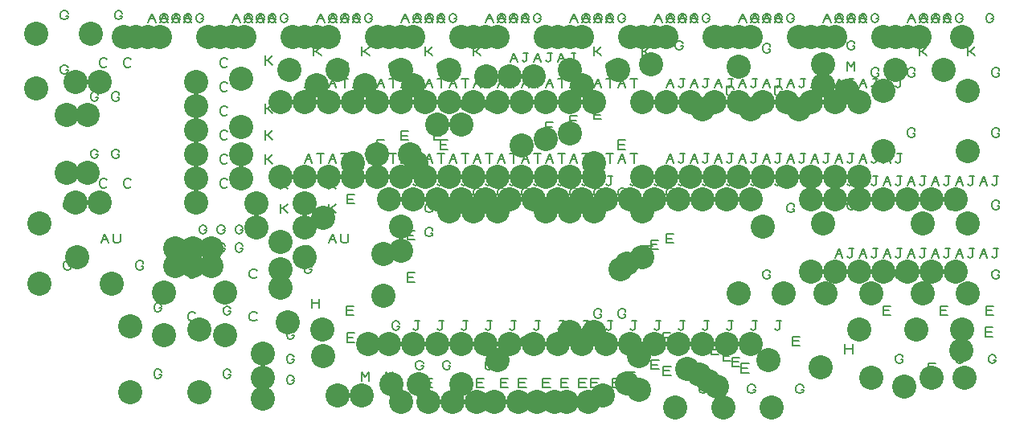
<source format=gbr>
G04 DesignSpark PCB PRO Gerber Version 10.0 Build 5299*
G04 #@! TF.Part,Single*
G04 #@! TF.FileFunction,Drillmap*
G04 #@! TF.FilePolarity,Positive*
%FSLAX35Y35*%
%MOIN*%
%ADD19C,0.00500*%
G04 #@! TA.AperFunction,WasherPad*
%ADD24C,0.10000*%
G04 #@! TD.AperFunction*
X0Y0D02*
D02*
D19*
X52437Y196094D02*
X53375D01*
Y195782D01*
X53063Y195157D01*
X52750Y194844D01*
X52125Y194532D01*
X51500D01*
X50875Y194844D01*
X50563Y195157D01*
X50250Y195782D01*
Y197032D01*
X50563Y197657D01*
X50875Y197970D01*
X51500Y198282D01*
X52125D01*
X52750Y197970D01*
X53063Y197657D01*
X53375Y197032D01*
X52437Y218594D02*
X53375D01*
Y218282D01*
X53063Y217657D01*
X52750Y217344D01*
X52125Y217032D01*
X51500D01*
X50875Y217344D01*
X50563Y217657D01*
X50250Y218282D01*
Y219532D01*
X50563Y220157D01*
X50875Y220470D01*
X51500Y220782D01*
X52125D01*
X52750Y220470D01*
X53063Y220157D01*
X53375Y219532D01*
X53687Y114844D02*
X54625D01*
Y114532D01*
X54313Y113907D01*
X54000Y113594D01*
X53375Y113282D01*
X52750D01*
X52125Y113594D01*
X51813Y113907D01*
X51500Y114532D01*
Y115782D01*
X51813Y116407D01*
X52125Y116720D01*
X52750Y117032D01*
X53375D01*
X54000Y116720D01*
X54313Y116407D01*
X54625Y115782D01*
X53687Y139844D02*
X54625D01*
Y139532D01*
X54313Y138907D01*
X54000Y138594D01*
X53375Y138282D01*
X52750D01*
X52125Y138594D01*
X51813Y138907D01*
X51500Y139532D01*
Y140782D01*
X51813Y141407D01*
X52125Y141720D01*
X52750Y142032D01*
X53375D01*
X54000Y141720D01*
X54313Y141407D01*
X54625Y140782D01*
X64937Y161094D02*
X65875D01*
Y160782D01*
X65563Y160157D01*
X65250Y159844D01*
X64625Y159532D01*
X64000D01*
X63375Y159844D01*
X63063Y160157D01*
X62750Y160782D01*
Y162032D01*
X63063Y162657D01*
X63375Y162970D01*
X64000Y163282D01*
X64625D01*
X65250Y162970D01*
X65563Y162657D01*
X65875Y162032D01*
X64937Y184844D02*
X65875D01*
Y184532D01*
X65563Y183907D01*
X65250Y183594D01*
X64625Y183282D01*
X64000D01*
X63375Y183594D01*
X63063Y183907D01*
X62750Y184532D01*
Y185782D01*
X63063Y186407D01*
X63375Y186720D01*
X64000Y187032D01*
X64625D01*
X65250Y186720D01*
X65563Y186407D01*
X65875Y185782D01*
X69470Y147903D02*
X69157Y147591D01*
X68532Y147278D01*
X67594D01*
X66970Y147591D01*
X66657Y147903D01*
X66344Y148528D01*
Y149778D01*
X66657Y150403D01*
X66970Y150716D01*
X67594Y151028D01*
X68532D01*
X69157Y150716D01*
X69470Y150403D01*
Y197903D02*
X69157Y197591D01*
X68532Y197278D01*
X67594D01*
X66970Y197591D01*
X66657Y197903D01*
X66344Y198528D01*
Y199778D01*
X66657Y200403D01*
X66970Y200716D01*
X67594Y201028D01*
X68532D01*
X69157Y200716D01*
X69470Y200403D01*
X67012Y124394D02*
X68574Y128144D01*
X70137Y124394D01*
X67637Y125957D02*
X69512D01*
X72012Y128144D02*
Y125332D01*
X72324Y124707D01*
X72949Y124394D01*
X74199D01*
X74824Y124707D01*
X75137Y125332D01*
Y128144D01*
X73687Y161094D02*
X74625D01*
Y160782D01*
X74313Y160157D01*
X74000Y159844D01*
X73375Y159532D01*
X72750D01*
X72125Y159844D01*
X71813Y160157D01*
X71500Y160782D01*
Y162032D01*
X71813Y162657D01*
X72125Y162970D01*
X72750Y163282D01*
X73375D01*
X74000Y162970D01*
X74313Y162657D01*
X74625Y162032D01*
X73687Y184844D02*
X74625D01*
Y184532D01*
X74313Y183907D01*
X74000Y183594D01*
X73375Y183282D01*
X72750D01*
X72125Y183594D01*
X71813Y183907D01*
X71500Y184532D01*
Y185782D01*
X71813Y186407D01*
X72125Y186720D01*
X72750Y187032D01*
X73375D01*
X74000Y186720D01*
X74313Y186407D01*
X74625Y185782D01*
X74937Y218594D02*
X75875D01*
Y218282D01*
X75563Y217657D01*
X75250Y217344D01*
X74625Y217032D01*
X74000D01*
X73375Y217344D01*
X73063Y217657D01*
X72750Y218282D01*
Y219532D01*
X73063Y220157D01*
X73375Y220470D01*
X74000Y220782D01*
X74625D01*
X75250Y220470D01*
X75563Y220157D01*
X75875Y219532D01*
X79470Y147903D02*
X79157Y147591D01*
X78532Y147278D01*
X77594D01*
X76970Y147591D01*
X76657Y147903D01*
X76344Y148528D01*
Y149778D01*
X76657Y150403D01*
X76970Y150716D01*
X77594Y151028D01*
X78532D01*
X79157Y150716D01*
X79470Y150403D01*
Y197903D02*
X79157Y197591D01*
X78532Y197278D01*
X77594D01*
X76970Y197591D01*
X76657Y197903D01*
X76344Y198528D01*
Y199778D01*
X76657Y200403D01*
X76970Y200716D01*
X77594Y201028D01*
X78532D01*
X79157Y200716D01*
X79470Y200403D01*
X83687Y114844D02*
X84625D01*
Y114532D01*
X84313Y113907D01*
X84000Y113594D01*
X83375Y113282D01*
X82750D01*
X82125Y113594D01*
X81813Y113907D01*
X81500Y114532D01*
Y115782D01*
X81813Y116407D01*
X82125Y116720D01*
X82750Y117032D01*
X83375D01*
X84000Y116720D01*
X84313Y116407D01*
X84625Y115782D01*
X86618Y215782D02*
X88181Y219532D01*
X89743Y215782D01*
X87243Y217344D02*
X89118D01*
X93806D02*
X94743D01*
Y217032D01*
X94431Y216407D01*
X94118Y216094D01*
X93493Y215782D01*
X92868D01*
X92243Y216094D01*
X91931Y216407D01*
X91618Y217032D01*
Y218282D01*
X91931Y218907D01*
X92243Y219220D01*
X92868Y219532D01*
X93493D01*
X94118Y219220D01*
X94431Y218907D01*
X94743Y218282D01*
X91187Y69844D02*
X92125D01*
Y69532D01*
X91813Y68907D01*
X91500Y68594D01*
X90875Y68282D01*
X90250D01*
X89625Y68594D01*
X89313Y68907D01*
X89000Y69532D01*
Y70782D01*
X89313Y71407D01*
X89625Y71720D01*
X90250Y72032D01*
X90875D01*
X91500Y71720D01*
X91813Y71407D01*
X92125Y70782D01*
X91187Y97344D02*
X92125D01*
Y97032D01*
X91813Y96407D01*
X91500Y96094D01*
X90875Y95782D01*
X90250D01*
X89625Y96094D01*
X89313Y96407D01*
X89000Y97032D01*
Y98282D01*
X89313Y98907D01*
X89625Y99220D01*
X90250Y99532D01*
X90875D01*
X91500Y99220D01*
X91813Y98907D01*
X92125Y98282D01*
X91539Y215782D02*
X93102Y219532D01*
X94665Y215782D01*
X92165Y217344D02*
X94039D01*
X98727D02*
X99665D01*
Y217032D01*
X99352Y216407D01*
X99039Y216094D01*
X98415Y215782D01*
X97789D01*
X97165Y216094D01*
X96852Y216407D01*
X96539Y217032D01*
Y218282D01*
X96852Y218907D01*
X97165Y219220D01*
X97789Y219532D01*
X98415D01*
X99039Y219220D01*
X99352Y218907D01*
X99665Y218282D01*
X96461Y215782D02*
X98023Y219532D01*
X99586Y215782D01*
X97086Y217344D02*
X98961D01*
X103648D02*
X104586D01*
Y217032D01*
X104273Y216407D01*
X103961Y216094D01*
X103336Y215782D01*
X102711D01*
X102086Y216094D01*
X101773Y216407D01*
X101461Y217032D01*
Y218282D01*
X101773Y218907D01*
X102086Y219220D01*
X102711Y219532D01*
X103336D01*
X103961Y219220D01*
X104273Y218907D01*
X104586Y218282D01*
X101382Y215782D02*
X102944Y219532D01*
X104507Y215782D01*
X102007Y217344D02*
X103882D01*
X108569D02*
X109507D01*
Y217032D01*
X109194Y216407D01*
X108882Y216094D01*
X108257Y215782D01*
X107632D01*
X107007Y216094D01*
X106694Y216407D01*
X106382Y217032D01*
Y218282D01*
X106694Y218907D01*
X107007Y219220D01*
X107632Y219532D01*
X108257D01*
X108882Y219220D01*
X109194Y218907D01*
X109507Y218282D01*
X106141Y92657D02*
X105828Y92344D01*
X105203Y92032D01*
X104266D01*
X103641Y92344D01*
X103328Y92657D01*
X103016Y93282D01*
Y94532D01*
X103328Y95157D01*
X103641Y95470D01*
X104266Y95782D01*
X105203D01*
X105828Y95470D01*
X106141Y95157D01*
Y110374D02*
X105828Y110061D01*
X105203Y109748D01*
X104266D01*
X103641Y110061D01*
X103328Y110374D01*
X103016Y110998D01*
Y112248D01*
X103328Y112874D01*
X103641Y113186D01*
X104266Y113498D01*
X105203D01*
X105828Y113186D01*
X106141Y112874D01*
X109937Y122207D02*
X110875D01*
Y121894D01*
X110563Y121269D01*
X110250Y120957D01*
X109625Y120644D01*
X109000D01*
X108375Y120957D01*
X108063Y121269D01*
X107750Y121894D01*
Y123144D01*
X108063Y123769D01*
X108375Y124082D01*
X109000Y124394D01*
X109625D01*
X110250Y124082D01*
X110563Y123769D01*
X110875Y123144D01*
X109937Y129707D02*
X110875D01*
Y129394D01*
X110563Y128769D01*
X110250Y128457D01*
X109625Y128144D01*
X109000D01*
X108375Y128457D01*
X108063Y128769D01*
X107750Y129394D01*
Y130644D01*
X108063Y131269D01*
X108375Y131582D01*
X109000Y131894D01*
X109625D01*
X110250Y131582D01*
X110563Y131269D01*
X110875Y130644D01*
X117437Y122207D02*
X118375D01*
Y121894D01*
X118063Y121269D01*
X117750Y120957D01*
X117125Y120644D01*
X116500D01*
X115875Y120957D01*
X115563Y121269D01*
X115250Y121894D01*
Y123144D01*
X115563Y123769D01*
X115875Y124082D01*
X116500Y124394D01*
X117125D01*
X117750Y124082D01*
X118063Y123769D01*
X118375Y123144D01*
X117437Y129707D02*
X118375D01*
Y129394D01*
X118063Y128769D01*
X117750Y128457D01*
X117125Y128144D01*
X116500D01*
X115875Y128457D01*
X115563Y128769D01*
X115250Y129394D01*
Y130644D01*
X115563Y131269D01*
X115875Y131582D01*
X116500Y131894D01*
X117125D01*
X117750Y131582D01*
X118063Y131269D01*
X118375Y130644D01*
X119470Y147903D02*
X119157Y147591D01*
X118532Y147278D01*
X117594D01*
X116970Y147591D01*
X116657Y147903D01*
X116344Y148528D01*
Y149778D01*
X116657Y150403D01*
X116970Y150716D01*
X117594Y151028D01*
X118532D01*
X119157Y150716D01*
X119470Y150403D01*
Y157903D02*
X119157Y157591D01*
X118532Y157278D01*
X117594D01*
X116970Y157591D01*
X116657Y157903D01*
X116344Y158528D01*
Y159778D01*
X116657Y160403D01*
X116970Y160716D01*
X117594Y161028D01*
X118532D01*
X119157Y160716D01*
X119470Y160403D01*
Y167903D02*
X119157Y167591D01*
X118532Y167278D01*
X117594D01*
X116970Y167591D01*
X116657Y167903D01*
X116344Y168528D01*
Y169778D01*
X116657Y170403D01*
X116970Y170716D01*
X117594Y171028D01*
X118532D01*
X119157Y170716D01*
X119470Y170403D01*
Y177903D02*
X119157Y177591D01*
X118532Y177278D01*
X117594D01*
X116970Y177591D01*
X116657Y177903D01*
X116344Y178528D01*
Y179778D01*
X116657Y180403D01*
X116970Y180716D01*
X117594Y181028D01*
X118532D01*
X119157Y180716D01*
X119470Y180403D01*
Y187903D02*
X119157Y187591D01*
X118532Y187278D01*
X117594D01*
X116970Y187591D01*
X116657Y187903D01*
X116344Y188528D01*
Y189778D01*
X116657Y190403D01*
X116970Y190716D01*
X117594Y191028D01*
X118532D01*
X119157Y190716D01*
X119470Y190403D01*
Y197903D02*
X119157Y197591D01*
X118532Y197278D01*
X117594D01*
X116970Y197591D01*
X116657Y197903D01*
X116344Y198528D01*
Y199778D01*
X116657Y200403D01*
X116970Y200716D01*
X117594Y201028D01*
X118532D01*
X119157Y200716D01*
X119470Y200403D01*
X119937Y69844D02*
X120875D01*
Y69532D01*
X120563Y68907D01*
X120250Y68594D01*
X119625Y68282D01*
X119000D01*
X118375Y68594D01*
X118063Y68907D01*
X117750Y69532D01*
Y70782D01*
X118063Y71407D01*
X118375Y71720D01*
X119000Y72032D01*
X119625D01*
X120250Y71720D01*
X120563Y71407D01*
X120875Y70782D01*
X119937Y96094D02*
X120875D01*
Y95782D01*
X120563Y95157D01*
X120250Y94844D01*
X119625Y94532D01*
X119000D01*
X118375Y94844D01*
X118063Y95157D01*
X117750Y95782D01*
Y97032D01*
X118063Y97657D01*
X118375Y97970D01*
X119000Y98282D01*
X119625D01*
X120250Y97970D01*
X120563Y97657D01*
X120875Y97032D01*
X121618Y215782D02*
X123181Y219532D01*
X124743Y215782D01*
X122243Y217344D02*
X124118D01*
X128806D02*
X129743D01*
Y217032D01*
X129431Y216407D01*
X129118Y216094D01*
X128493Y215782D01*
X127868D01*
X127243Y216094D01*
X126931Y216407D01*
X126618Y217032D01*
Y218282D01*
X126931Y218907D01*
X127243Y219220D01*
X127868Y219532D01*
X128493D01*
X129118Y219220D01*
X129431Y218907D01*
X129743Y218282D01*
X124937Y122207D02*
X125875D01*
Y121894D01*
X125563Y121269D01*
X125250Y120957D01*
X124625Y120644D01*
X124000D01*
X123375Y120957D01*
X123063Y121269D01*
X122750Y121894D01*
Y123144D01*
X123063Y123769D01*
X123375Y124082D01*
X124000Y124394D01*
X124625D01*
X125250Y124082D01*
X125563Y123769D01*
X125875Y123144D01*
X124937Y129707D02*
X125875D01*
Y129394D01*
X125563Y128769D01*
X125250Y128457D01*
X124625Y128144D01*
X124000D01*
X123375Y128457D01*
X123063Y128769D01*
X122750Y129394D01*
Y130644D01*
X123063Y131269D01*
X123375Y131582D01*
X124000Y131894D01*
X124625D01*
X125250Y131582D01*
X125563Y131269D01*
X125875Y130644D01*
X126539Y215782D02*
X128102Y219532D01*
X129665Y215782D01*
X127165Y217344D02*
X129039D01*
X133727D02*
X134665D01*
Y217032D01*
X134352Y216407D01*
X134039Y216094D01*
X133415Y215782D01*
X132789D01*
X132165Y216094D01*
X131852Y216407D01*
X131539Y217032D01*
Y218282D01*
X131852Y218907D01*
X132165Y219220D01*
X132789Y219532D01*
X133415D01*
X134039Y219220D01*
X134352Y218907D01*
X134665Y218282D01*
X131731Y92657D02*
X131419Y92344D01*
X130794Y92032D01*
X129856D01*
X129231Y92344D01*
X128919Y92657D01*
X128606Y93282D01*
Y94532D01*
X128919Y95157D01*
X129231Y95470D01*
X129856Y95782D01*
X130794D01*
X131419Y95470D01*
X131731Y95157D01*
Y110374D02*
X131419Y110061D01*
X130794Y109748D01*
X129856D01*
X129231Y110061D01*
X128919Y110374D01*
X128606Y110998D01*
Y112248D01*
X128919Y112874D01*
X129231Y113186D01*
X129856Y113498D01*
X130794D01*
X131419Y113186D01*
X131731Y112874D01*
X131461Y215782D02*
X133023Y219532D01*
X134586Y215782D01*
X132086Y217344D02*
X133961D01*
X138648D02*
X139586D01*
Y217032D01*
X139273Y216407D01*
X138961Y216094D01*
X138336Y215782D01*
X137711D01*
X137086Y216094D01*
X136773Y216407D01*
X136461Y217032D01*
Y218282D01*
X136773Y218907D01*
X137086Y219220D01*
X137711Y219532D01*
X138336D01*
X138961Y219220D01*
X139273Y218907D01*
X139586Y218282D01*
X135053Y157278D02*
Y161028D01*
Y159153D02*
X135991D01*
X138178Y161028D01*
X135991Y159153D02*
X138178Y157278D01*
X135053Y167278D02*
Y171028D01*
Y169153D02*
X135991D01*
X138178Y171028D01*
X135991Y169153D02*
X138178Y167278D01*
X135053Y178282D02*
Y182032D01*
Y180157D02*
X135991D01*
X138178Y182032D01*
X135991Y180157D02*
X138178Y178282D01*
X135053Y198282D02*
Y202032D01*
Y200157D02*
X135991D01*
X138178Y202032D01*
X135991Y200157D02*
X138178Y198282D01*
X136382Y215782D02*
X137944Y219532D01*
X139507Y215782D01*
X137007Y217344D02*
X138882D01*
X143569D02*
X144507D01*
Y217032D01*
X144194Y216407D01*
X143882Y216094D01*
X143257Y215782D01*
X142632D01*
X142007Y216094D01*
X141694Y216407D01*
X141382Y217032D01*
Y218282D01*
X141694Y218907D01*
X142007Y219220D01*
X142632Y219532D01*
X143257D01*
X143882Y219220D01*
X144194Y218907D01*
X144507Y218282D01*
X141500Y136894D02*
Y140644D01*
Y138769D02*
X142437D01*
X144625Y140644D01*
X142437Y138769D02*
X144625Y136894D01*
X141500Y146894D02*
Y150644D01*
Y148769D02*
X142437D01*
X144625Y150644D01*
X142437Y148769D02*
X144625Y146894D01*
X146187Y67344D02*
X147125D01*
Y67032D01*
X146813Y66407D01*
X146500Y66094D01*
X145875Y65782D01*
X145250D01*
X144625Y66094D01*
X144313Y66407D01*
X144000Y67032D01*
Y68282D01*
X144313Y68907D01*
X144625Y69220D01*
X145250Y69532D01*
X145875D01*
X146500Y69220D01*
X146813Y68907D01*
X147125Y68282D01*
X146187Y76094D02*
X147125D01*
Y75782D01*
X146813Y75157D01*
X146500Y74844D01*
X145875Y74532D01*
X145250D01*
X144625Y74844D01*
X144313Y75157D01*
X144000Y75782D01*
Y77032D01*
X144313Y77657D01*
X144625Y77970D01*
X145250Y78282D01*
X145875D01*
X146500Y77970D01*
X146813Y77657D01*
X147125Y77032D01*
X146187Y86094D02*
X147125D01*
Y85782D01*
X146813Y85157D01*
X146500Y84844D01*
X145875Y84532D01*
X145250D01*
X144625Y84844D01*
X144313Y85157D01*
X144000Y85782D01*
Y87032D01*
X144313Y87657D01*
X144625Y87970D01*
X145250Y88282D01*
X145875D01*
X146500Y87970D01*
X146813Y87657D01*
X147125Y87032D01*
X153491Y113457D02*
X154428D01*
Y113144D01*
X154116Y112519D01*
X153803Y112207D01*
X153178Y111894D01*
X152553D01*
X151928Y112207D01*
X151616Y112519D01*
X151303Y113144D01*
Y114394D01*
X151616Y115019D01*
X151928Y115332D01*
X152553Y115644D01*
X153178D01*
X153803Y115332D01*
X154116Y115019D01*
X154428Y114394D01*
X153491Y121094D02*
X154428D01*
Y120782D01*
X154116Y120157D01*
X153803Y119844D01*
X153178Y119532D01*
X152553D01*
X151928Y119844D01*
X151616Y120157D01*
X151303Y120782D01*
Y122032D01*
X151616Y122657D01*
X151928Y122970D01*
X152553Y123282D01*
X153178D01*
X153803Y122970D01*
X154116Y122657D01*
X154428Y122032D01*
X153491Y132207D02*
X154428D01*
Y131894D01*
X154116Y131269D01*
X153803Y130957D01*
X153178Y130644D01*
X152553D01*
X151928Y130957D01*
X151616Y131269D01*
X151303Y131894D01*
Y133144D01*
X151616Y133769D01*
X151928Y134082D01*
X152553Y134394D01*
X153178D01*
X153803Y134082D01*
X154116Y133769D01*
X154428Y133144D01*
X151500Y157656D02*
X153063Y161406D01*
X154625Y157656D01*
X152125Y159219D02*
X154000D01*
X158063Y157656D02*
Y161406D01*
X156500D02*
X159625D01*
X151500Y188908D02*
X153063Y192658D01*
X154625Y188908D01*
X152125Y190470D02*
X154000D01*
X158063Y188908D02*
Y192658D01*
X156500D02*
X159625D01*
X154453Y97534D02*
Y101284D01*
Y99409D02*
X157578D01*
Y97534D02*
Y101284D01*
X155250Y202032D02*
Y205782D01*
Y203907D02*
X156187D01*
X158375Y205782D01*
X156187Y203907D02*
X158375Y202032D01*
X156618Y215782D02*
X158181Y219532D01*
X159743Y215782D01*
X157243Y217344D02*
X159118D01*
X163806D02*
X164743D01*
Y217032D01*
X164431Y216407D01*
X164118Y216094D01*
X163493Y215782D01*
X162868D01*
X162243Y216094D01*
X161931Y216407D01*
X161618Y217032D01*
Y218282D01*
X161931Y218907D01*
X162243Y219220D01*
X162868Y219532D01*
X163493D01*
X164118Y219220D01*
X164431Y218907D01*
X164743Y218282D01*
X161500Y124394D02*
X163063Y128144D01*
X164625Y124394D01*
X162125Y125957D02*
X164000D01*
X166500Y128144D02*
Y125332D01*
X166813Y124707D01*
X167437Y124394D01*
X168687D01*
X169313Y124707D01*
X169625Y125332D01*
Y128144D01*
X161500Y136894D02*
Y140644D01*
Y138769D02*
X162437D01*
X164625Y140644D01*
X162437Y138769D02*
X164625Y136894D01*
X161500Y146894D02*
Y150644D01*
Y148769D02*
X162437D01*
X164625Y150644D01*
X162437Y148769D02*
X164625Y146894D01*
X161500Y157656D02*
X163063Y161406D01*
X164625Y157656D01*
X162125Y159219D02*
X164000D01*
X168063Y157656D02*
Y161406D01*
X166500D02*
X169625D01*
X161500Y188908D02*
X163063Y192658D01*
X164625Y188908D01*
X162125Y190470D02*
X164000D01*
X168063Y188908D02*
Y192658D01*
X166500D02*
X169625D01*
X161539Y215782D02*
X163102Y219532D01*
X164665Y215782D01*
X162165Y217344D02*
X164039D01*
X168727D02*
X169665D01*
Y217032D01*
X169352Y216407D01*
X169039Y216094D01*
X168415Y215782D01*
X167789D01*
X167165Y216094D01*
X166852Y216407D01*
X166539Y217032D01*
Y218282D01*
X166852Y218907D01*
X167165Y219220D01*
X167789Y219532D01*
X168415D01*
X169039Y219220D01*
X169352Y218907D01*
X169665Y218282D01*
X166461Y215782D02*
X168023Y219532D01*
X169586Y215782D01*
X167086Y217344D02*
X168961D01*
X173648D02*
X174586D01*
Y217032D01*
X174273Y216407D01*
X173961Y216094D01*
X173336Y215782D01*
X172711D01*
X172086Y216094D01*
X171773Y216407D01*
X171461Y217032D01*
Y218282D01*
X171773Y218907D01*
X172086Y219220D01*
X172711Y219532D01*
X173336D01*
X173961Y219220D01*
X174273Y218907D01*
X174586Y218282D01*
X168687Y197344D02*
X169625D01*
Y197032D01*
X169313Y196407D01*
X169000Y196094D01*
X168375Y195782D01*
X167750D01*
X167125Y196094D01*
X166813Y196407D01*
X166500Y197032D01*
Y198282D01*
X166813Y198907D01*
X167125Y199220D01*
X167750Y199532D01*
X168375D01*
X169000Y199220D01*
X169313Y198907D01*
X169625Y198282D01*
X168803Y94532D02*
Y98282D01*
X171928D01*
X171303Y96407D02*
X168803D01*
Y94532D02*
X171928D01*
X169000Y83282D02*
Y87032D01*
X172125D01*
X171500Y85157D02*
X169000D01*
Y83282D02*
X172125D01*
X169000Y140782D02*
Y144532D01*
X172125D01*
X171500Y142657D02*
X169000D01*
Y140782D02*
X172125D01*
X171382Y215782D02*
X172944Y219532D01*
X174507Y215782D01*
X172007Y217344D02*
X173882D01*
X178569D02*
X179507D01*
Y217032D01*
X179194Y216407D01*
X178882Y216094D01*
X178257Y215782D01*
X177632D01*
X177007Y216094D01*
X176694Y216407D01*
X176382Y217032D01*
Y218282D01*
X176694Y218907D01*
X177007Y219220D01*
X177632Y219532D01*
X178257D01*
X178882Y219220D01*
X179194Y218907D01*
X179507Y218282D01*
X171500Y157656D02*
X173063Y161406D01*
X174625Y157656D01*
X172125Y159219D02*
X174000D01*
X178063Y157656D02*
Y161406D01*
X176500D02*
X179625D01*
X171500Y188908D02*
X173063Y192658D01*
X174625Y188908D01*
X172125Y190470D02*
X174000D01*
X178063Y188908D02*
Y192658D01*
X176500D02*
X179625D01*
X175004Y67032D02*
Y70782D01*
X176567Y68907D01*
X178129Y70782D01*
Y67032D01*
X175250Y202032D02*
Y205782D01*
Y203907D02*
X176187D01*
X178375Y205782D01*
X176187Y203907D02*
X178375Y202032D01*
X181500Y157656D02*
X183063Y161406D01*
X184625Y157656D01*
X182125Y159219D02*
X184000D01*
X188063Y157656D02*
Y161406D01*
X186500D02*
X189625D01*
X181500Y163282D02*
Y167032D01*
X184625D01*
X184000Y165157D02*
X181500D01*
Y163282D02*
X184625D01*
X181500Y188908D02*
X183063Y192658D01*
X184625Y188908D01*
X182125Y190470D02*
X184000D01*
X188063Y188908D02*
Y192658D01*
X186500D02*
X189625D01*
X185004Y67032D02*
Y70782D01*
X186567Y68907D01*
X188129Y70782D01*
Y67032D01*
X188687Y197344D02*
X189625D01*
Y197032D01*
X189313Y196407D01*
X189000Y196094D01*
X188375Y195782D01*
X187750D01*
X187125Y196094D01*
X186813Y196407D01*
X186500Y197032D01*
Y198282D01*
X186813Y198907D01*
X187125Y199220D01*
X187750Y199532D01*
X188375D01*
X189000Y199220D01*
X189313Y198907D01*
X189625Y198282D01*
X189937Y89844D02*
X190875D01*
Y89532D01*
X190563Y88907D01*
X190250Y88594D01*
X189625Y88282D01*
X189000D01*
X188375Y88594D01*
X188063Y88907D01*
X187750Y89532D01*
Y90782D01*
X188063Y91407D01*
X188375Y91720D01*
X189000Y92032D01*
X189625D01*
X190250Y91720D01*
X190563Y91407D01*
X190875Y90782D01*
X191500Y157656D02*
X193063Y161406D01*
X194625Y157656D01*
X192125Y159219D02*
X194000D01*
X198063Y157656D02*
Y161406D01*
X196500D02*
X199625D01*
X191500Y167032D02*
Y170782D01*
X194625D01*
X194000Y168907D02*
X191500D01*
Y167032D02*
X194625D01*
X191500Y188908D02*
X193063Y192658D01*
X194625Y188908D01*
X192125Y190470D02*
X194000D01*
X198063Y188908D02*
Y192658D01*
X196500D02*
X199625D01*
X191618Y215782D02*
X193181Y219532D01*
X194743Y215782D01*
X192243Y217344D02*
X194118D01*
X198806D02*
X199743D01*
Y217032D01*
X199431Y216407D01*
X199118Y216094D01*
X198493Y215782D01*
X197868D01*
X197243Y216094D01*
X196931Y216407D01*
X196618Y217032D01*
Y218282D01*
X196931Y218907D01*
X197243Y219220D01*
X197868Y219532D01*
X198493D01*
X199118Y219220D01*
X199431Y218907D01*
X199743Y218282D01*
X194000Y108282D02*
Y112032D01*
X197125D01*
X196500Y110157D02*
X194000D01*
Y108282D02*
X197125D01*
X194000Y125782D02*
Y129532D01*
X197125D01*
X196500Y127657D02*
X194000D01*
Y125782D02*
X197125D01*
X196510Y88907D02*
X196822Y88594D01*
X197447Y88282D01*
X198072Y88594D01*
X198385Y88907D01*
Y92032D01*
X199010D01*
X198385D02*
X197135D01*
X196510Y148907D02*
X196822Y148594D01*
X197447Y148282D01*
X198072Y148594D01*
X198385Y148907D01*
Y152032D01*
X199010D01*
X198385D02*
X197135D01*
X196539Y215782D02*
X198102Y219532D01*
X199665Y215782D01*
X197165Y217344D02*
X199039D01*
X203727D02*
X204665D01*
Y217032D01*
X204352Y216407D01*
X204039Y216094D01*
X203415Y215782D01*
X202789D01*
X202165Y216094D01*
X201852Y216407D01*
X201539Y217032D01*
Y218282D01*
X201852Y218907D01*
X202165Y219220D01*
X202789Y219532D01*
X203415D01*
X204039Y219220D01*
X204352Y218907D01*
X204665Y218282D01*
X199741Y73457D02*
X200678D01*
Y73144D01*
X200366Y72519D01*
X200053Y72207D01*
X199428Y71894D01*
X198803D01*
X198178Y72207D01*
X197866Y72519D01*
X197553Y73144D01*
Y74394D01*
X197866Y75019D01*
X198178Y75332D01*
X198803Y75644D01*
X199428D01*
X200053Y75332D01*
X200366Y75019D01*
X200678Y74394D01*
X201461Y215782D02*
X203023Y219532D01*
X204586Y215782D01*
X202086Y217344D02*
X203961D01*
X208648D02*
X209586D01*
Y217032D01*
X209273Y216407D01*
X208961Y216094D01*
X208336Y215782D01*
X207711D01*
X207086Y216094D01*
X206773Y216407D01*
X206461Y217032D01*
Y218282D01*
X206773Y218907D01*
X207086Y219220D01*
X207711Y219532D01*
X208336D01*
X208961Y219220D01*
X209273Y218907D01*
X209586Y218282D01*
X201500Y64532D02*
Y68282D01*
X204625D01*
X204000Y66407D02*
X201500D01*
Y64532D02*
X204625D01*
X203687Y128594D02*
X204625D01*
Y128282D01*
X204313Y127657D01*
X204000Y127344D01*
X203375Y127032D01*
X202750D01*
X202125Y127344D01*
X201813Y127657D01*
X201500Y128282D01*
Y129532D01*
X201813Y130157D01*
X202125Y130470D01*
X202750Y130782D01*
X203375D01*
X204000Y130470D01*
X204313Y130157D01*
X204625Y129532D01*
X203687Y138594D02*
X204625D01*
Y138282D01*
X204313Y137657D01*
X204000Y137344D01*
X203375Y137032D01*
X202750D01*
X202125Y137344D01*
X201813Y137657D01*
X201500Y138282D01*
Y139532D01*
X201813Y140157D01*
X202125Y140470D01*
X202750Y140782D01*
X203375D01*
X204000Y140470D01*
X204313Y140157D01*
X204625Y139532D01*
X201500Y157656D02*
X203063Y161406D01*
X204625Y157656D01*
X202125Y159219D02*
X204000D01*
X208063Y157656D02*
Y161406D01*
X206500D02*
X209625D01*
X201500Y188908D02*
X203063Y192658D01*
X204625Y188908D01*
X202125Y190470D02*
X204000D01*
X208063Y188908D02*
Y192658D01*
X206500D02*
X209625D01*
X201500Y202032D02*
Y205782D01*
Y203907D02*
X202437D01*
X204625Y205782D01*
X202437Y203907D02*
X204625Y202032D01*
X205250Y167032D02*
Y170782D01*
X208375D01*
X207750Y168907D02*
X205250D01*
Y167032D02*
X208375D01*
X206382Y215782D02*
X207944Y219532D01*
X209507Y215782D01*
X207007Y217344D02*
X208882D01*
X213569D02*
X214507D01*
Y217032D01*
X214194Y216407D01*
X213882Y216094D01*
X213257Y215782D01*
X212632D01*
X212007Y216094D01*
X211694Y216407D01*
X211382Y217032D01*
Y218282D01*
X211694Y218907D01*
X212007Y219220D01*
X212632Y219532D01*
X213257D01*
X213882Y219220D01*
X214194Y218907D01*
X214507Y218282D01*
X208687Y197344D02*
X209625D01*
Y197032D01*
X209313Y196407D01*
X209000Y196094D01*
X208375Y195782D01*
X207750D01*
X207125Y196094D01*
X206813Y196407D01*
X206500Y197032D01*
Y198282D01*
X206813Y198907D01*
X207125Y199220D01*
X207750Y199532D01*
X208375D01*
X209000Y199220D01*
X209313Y198907D01*
X209625Y198282D01*
X206510Y88907D02*
X206822Y88594D01*
X207447Y88282D01*
X208072Y88594D01*
X208385Y88907D01*
Y92032D01*
X209010D01*
X208385D02*
X207135D01*
X206510Y148907D02*
X206822Y148594D01*
X207447Y148282D01*
X208072Y148594D01*
X208385Y148907D01*
Y152032D01*
X209010D01*
X208385D02*
X207135D01*
X207750Y163282D02*
Y167032D01*
X210875D01*
X210250Y165157D02*
X207750D01*
Y163282D02*
X210875D01*
X210991Y73457D02*
X211928D01*
Y73144D01*
X211616Y72519D01*
X211303Y72207D01*
X210678Y71894D01*
X210053D01*
X209428Y72207D01*
X209116Y72519D01*
X208803Y73144D01*
Y74394D01*
X209116Y75019D01*
X209428Y75332D01*
X210053Y75644D01*
X210678D01*
X211303Y75332D01*
X211616Y75019D01*
X211928Y74394D01*
X211500Y157656D02*
X213063Y161406D01*
X214625Y157656D01*
X212125Y159219D02*
X214000D01*
X218063Y157656D02*
Y161406D01*
X216500D02*
X219625D01*
X211500Y188908D02*
X213063Y192658D01*
X214625Y188908D01*
X212125Y190470D02*
X214000D01*
X218063Y188908D02*
Y192658D01*
X216500D02*
X219625D01*
X212750Y64532D02*
Y68282D01*
X215875D01*
X215250Y66407D02*
X212750D01*
Y64532D02*
X215875D01*
X218687Y181094D02*
X219625D01*
Y180782D01*
X219313Y180157D01*
X219000Y179844D01*
X218375Y179532D01*
X217750D01*
X217125Y179844D01*
X216813Y180157D01*
X216500Y180782D01*
Y182032D01*
X216813Y182657D01*
X217125Y182970D01*
X217750Y183282D01*
X218375D01*
X219000Y182970D01*
X219313Y182657D01*
X219625Y182032D01*
X216510Y88907D02*
X216822Y88594D01*
X217447Y88282D01*
X218072Y88594D01*
X218385Y88907D01*
Y92032D01*
X219010D01*
X218385D02*
X217135D01*
X216510Y148907D02*
X216822Y148594D01*
X217447Y148282D01*
X218072Y148594D01*
X218385Y148907D01*
Y152032D01*
X219010D01*
X218385D02*
X217135D01*
X223687Y144844D02*
X224625D01*
Y144532D01*
X224313Y143907D01*
X224000Y143594D01*
X223375Y143282D01*
X222750D01*
X222125Y143594D01*
X221813Y143907D01*
X221500Y144532D01*
Y145782D01*
X221813Y146407D01*
X222125Y146720D01*
X222750Y147032D01*
X223375D01*
X224000Y146720D01*
X224313Y146407D01*
X224625Y145782D01*
X221500Y157656D02*
X223063Y161406D01*
X224625Y157656D01*
X222125Y159219D02*
X224000D01*
X228063Y157656D02*
Y161406D01*
X226500D02*
X229625D01*
X221500Y188908D02*
X223063Y192658D01*
X224625Y188908D01*
X222125Y190470D02*
X224000D01*
X228063Y188908D02*
Y192658D01*
X226500D02*
X229625D01*
X221500Y202032D02*
Y205782D01*
Y203907D02*
X222437D01*
X224625Y205782D01*
X222437Y203907D02*
X224625Y202032D01*
X222750Y64532D02*
Y68282D01*
X225875D01*
X225250Y66407D02*
X222750D01*
Y64532D02*
X225875D01*
X228491Y73457D02*
X229428D01*
Y73144D01*
X229116Y72519D01*
X228803Y72207D01*
X228178Y71894D01*
X227553D01*
X226928Y72207D01*
X226616Y72519D01*
X226303Y73144D01*
Y74394D01*
X226616Y75019D01*
X226928Y75332D01*
X227553Y75644D01*
X228178D01*
X228803Y75332D01*
X229116Y75019D01*
X229428Y74394D01*
X228687Y181094D02*
X229625D01*
Y180782D01*
X229313Y180157D01*
X229000Y179844D01*
X228375Y179532D01*
X227750D01*
X227125Y179844D01*
X226813Y180157D01*
X226500Y180782D01*
Y182032D01*
X226813Y182657D01*
X227125Y182970D01*
X227750Y183282D01*
X228375D01*
X229000Y182970D01*
X229313Y182657D01*
X229625Y182032D01*
X226510Y88907D02*
X226822Y88594D01*
X227447Y88282D01*
X228072Y88594D01*
X228385Y88907D01*
Y92032D01*
X229010D01*
X228385D02*
X227135D01*
X226510Y148907D02*
X226822Y148594D01*
X227447Y148282D01*
X228072Y148594D01*
X228385Y148907D01*
Y152032D01*
X229010D01*
X228385D02*
X227135D01*
X226618Y215782D02*
X228181Y219532D01*
X229743Y215782D01*
X227243Y217344D02*
X229118D01*
X233806D02*
X234743D01*
Y217032D01*
X234431Y216407D01*
X234118Y216094D01*
X233493Y215782D01*
X232868D01*
X232243Y216094D01*
X231931Y216407D01*
X231618Y217032D01*
Y218282D01*
X231931Y218907D01*
X232243Y219220D01*
X232868Y219532D01*
X233493D01*
X234118Y219220D01*
X234431Y218907D01*
X234743Y218282D01*
X233687Y144844D02*
X234625D01*
Y144532D01*
X234313Y143907D01*
X234000Y143594D01*
X233375Y143282D01*
X232750D01*
X232125Y143594D01*
X231813Y143907D01*
X231500Y144532D01*
Y145782D01*
X231813Y146407D01*
X232125Y146720D01*
X232750Y147032D01*
X233375D01*
X234000Y146720D01*
X234313Y146407D01*
X234625Y145782D01*
X231500Y157656D02*
X233063Y161406D01*
X234625Y157656D01*
X232125Y159219D02*
X234000D01*
X238063Y157656D02*
Y161406D01*
X236500D02*
X239625D01*
X231500Y188908D02*
X233063Y192658D01*
X234625Y188908D01*
X232125Y190470D02*
X234000D01*
X238063Y188908D02*
Y192658D01*
X236500D02*
X239625D01*
X231539Y215782D02*
X233102Y219532D01*
X234665Y215782D01*
X232165Y217344D02*
X234039D01*
X238727D02*
X239665D01*
Y217032D01*
X239352Y216407D01*
X239039Y216094D01*
X238415Y215782D01*
X237789D01*
X237165Y216094D01*
X236852Y216407D01*
X236539Y217032D01*
Y218282D01*
X236852Y218907D01*
X237165Y219220D01*
X237789Y219532D01*
X238415D01*
X239039Y219220D01*
X239352Y218907D01*
X239665Y218282D01*
X232750Y64532D02*
Y68282D01*
X235875D01*
X235250Y66407D02*
X232750D01*
Y64532D02*
X235875D01*
X236461Y215782D02*
X238023Y219532D01*
X239586Y215782D01*
X237086Y217344D02*
X238961D01*
X243648D02*
X244586D01*
Y217032D01*
X244273Y216407D01*
X243961Y216094D01*
X243336Y215782D01*
X242711D01*
X242086Y216094D01*
X241773Y216407D01*
X241461Y217032D01*
Y218282D01*
X241773Y218907D01*
X242086Y219220D01*
X242711Y219532D01*
X243336D01*
X243961Y219220D01*
X244273Y218907D01*
X244586Y218282D01*
X236510Y88907D02*
X236822Y88594D01*
X237447Y88282D01*
X238072Y88594D01*
X238385Y88907D01*
Y92032D01*
X239010D01*
X238385D02*
X237135D01*
X236510Y148907D02*
X236822Y148594D01*
X237447Y148282D01*
X238072Y148594D01*
X238385Y148907D01*
Y152032D01*
X239010D01*
X238385D02*
X237135D01*
X236657Y199394D02*
X238220Y203144D01*
X239783Y199394D01*
X237283Y200957D02*
X239157D01*
X241657Y200019D02*
X241970Y199707D01*
X242595Y199394D01*
X243220Y199707D01*
X243533Y200019D01*
Y203144D01*
X244157D01*
X243533D02*
X242283D01*
X240250Y64532D02*
Y68282D01*
X243375D01*
X242750Y66407D02*
X240250D01*
Y64532D02*
X243375D01*
X243491Y83457D02*
X244428D01*
Y83144D01*
X244116Y82519D01*
X243803Y82207D01*
X243178Y81894D01*
X242553D01*
X241928Y82207D01*
X241616Y82519D01*
X241303Y83144D01*
Y84394D01*
X241616Y85019D01*
X241928Y85332D01*
X242553Y85644D01*
X243178D01*
X243803Y85332D01*
X244116Y85019D01*
X244428Y84394D01*
X241382Y215782D02*
X242944Y219532D01*
X244507Y215782D01*
X242007Y217344D02*
X243882D01*
X248569D02*
X249507D01*
Y217032D01*
X249194Y216407D01*
X248882Y216094D01*
X248257Y215782D01*
X247632D01*
X247007Y216094D01*
X246694Y216407D01*
X246382Y217032D01*
Y218282D01*
X246694Y218907D01*
X247007Y219220D01*
X247632Y219532D01*
X248257D01*
X248882Y219220D01*
X249194Y218907D01*
X249507Y218282D01*
X243687Y144844D02*
X244625D01*
Y144532D01*
X244313Y143907D01*
X244000Y143594D01*
X243375Y143282D01*
X242750D01*
X242125Y143594D01*
X241813Y143907D01*
X241500Y144532D01*
Y145782D01*
X241813Y146407D01*
X242125Y146720D01*
X242750Y147032D01*
X243375D01*
X244000Y146720D01*
X244313Y146407D01*
X244625Y145782D01*
X241500Y157656D02*
X243063Y161406D01*
X244625Y157656D01*
X242125Y159219D02*
X244000D01*
X248063Y157656D02*
Y161406D01*
X246500D02*
X249625D01*
X241500Y188908D02*
X243063Y192658D01*
X244625Y188908D01*
X242125Y190470D02*
X244000D01*
X248063Y188908D02*
Y192658D01*
X246500D02*
X249625D01*
X246500Y199394D02*
X248063Y203144D01*
X249625Y199394D01*
X247125Y200957D02*
X249000D01*
X251500Y200019D02*
X251813Y199707D01*
X252437Y199394D01*
X253063Y199707D01*
X253375Y200019D01*
Y203144D01*
X254000D01*
X253375D02*
X252125D01*
X246510Y88907D02*
X246822Y88594D01*
X247447Y88282D01*
X248072Y88594D01*
X248385Y88907D01*
Y92032D01*
X249010D01*
X248385D02*
X247135D01*
X246510Y148907D02*
X246822Y148594D01*
X247447Y148282D01*
X248072Y148594D01*
X248385Y148907D01*
Y152032D01*
X249010D01*
X248385D02*
X247135D01*
X250250Y64532D02*
Y68282D01*
X253375D01*
X252750Y66407D02*
X250250D01*
Y64532D02*
X253375D01*
X251500Y157656D02*
X253063Y161406D01*
X254625Y157656D01*
X252125Y159219D02*
X254000D01*
X258063Y157656D02*
Y161406D01*
X256500D02*
X259625D01*
X251500Y170782D02*
Y174532D01*
X254625D01*
X254000Y172657D02*
X251500D01*
Y170782D02*
X254625D01*
X251500Y188908D02*
X253063Y192658D01*
X254625Y188908D01*
X252125Y190470D02*
X254000D01*
X258063Y188908D02*
Y192658D01*
X256500D02*
X259625D01*
X256343Y199394D02*
X257905Y203144D01*
X259468Y199394D01*
X256968Y200957D02*
X258843D01*
X261343Y200019D02*
X261655Y199707D01*
X262280Y199394D01*
X262905Y199707D01*
X263218Y200019D01*
Y203144D01*
X263843D01*
X263218D02*
X261968D01*
X256510Y88907D02*
X256822Y88594D01*
X257447Y88282D01*
X258072Y88594D01*
X258385Y88907D01*
Y92032D01*
X259010D01*
X258385D02*
X257135D01*
X256510Y148907D02*
X256822Y148594D01*
X257447Y148282D01*
X258072Y148594D01*
X258385Y148907D01*
Y152032D01*
X259010D01*
X258385D02*
X257135D01*
X257750Y64532D02*
Y68282D01*
X260875D01*
X260250Y66407D02*
X257750D01*
Y64532D02*
X260875D01*
X263687Y144844D02*
X264625D01*
Y144532D01*
X264313Y143907D01*
X264000Y143594D01*
X263375Y143282D01*
X262750D01*
X262125Y143594D01*
X261813Y143907D01*
X261500Y144532D01*
Y145782D01*
X261813Y146407D01*
X262125Y146720D01*
X262750Y147032D01*
X263375D01*
X264000Y146720D01*
X264313Y146407D01*
X264625Y145782D01*
X261500Y157656D02*
X263063Y161406D01*
X264625Y157656D01*
X262125Y159219D02*
X264000D01*
X268063Y157656D02*
Y161406D01*
X266500D02*
X269625D01*
X261500Y173282D02*
Y177032D01*
X264625D01*
X264000Y175157D02*
X261500D01*
Y173282D02*
X264625D01*
X261500Y188908D02*
X263063Y192658D01*
X264625Y188908D01*
X262125Y190470D02*
X264000D01*
X268063Y188908D02*
Y192658D01*
X266500D02*
X269625D01*
X261618Y215782D02*
X263181Y219532D01*
X264743Y215782D01*
X262243Y217344D02*
X264118D01*
X268806D02*
X269743D01*
Y217032D01*
X269431Y216407D01*
X269118Y216094D01*
X268493Y215782D01*
X267868D01*
X267243Y216094D01*
X266931Y216407D01*
X266618Y217032D01*
Y218282D01*
X266931Y218907D01*
X267243Y219220D01*
X267868Y219532D01*
X268493D01*
X269118Y219220D01*
X269431Y218907D01*
X269743Y218282D01*
X265250Y64532D02*
Y68282D01*
X268375D01*
X267750Y66407D02*
X265250D01*
Y64532D02*
X268375D01*
X266510Y88907D02*
X266822Y88594D01*
X267447Y88282D01*
X268072Y88594D01*
X268385Y88907D01*
Y92032D01*
X269010D01*
X268385D02*
X267135D01*
X266510Y148907D02*
X266822Y148594D01*
X267447Y148282D01*
X268072Y148594D01*
X268385Y148907D01*
Y152032D01*
X269010D01*
X268385D02*
X267135D01*
X266539Y215782D02*
X268102Y219532D01*
X269665Y215782D01*
X267165Y217344D02*
X269039D01*
X273727D02*
X274665D01*
Y217032D01*
X274352Y216407D01*
X274039Y216094D01*
X273415Y215782D01*
X272789D01*
X272165Y216094D01*
X271852Y216407D01*
X271539Y217032D01*
Y218282D01*
X271852Y218907D01*
X272165Y219220D01*
X272789Y219532D01*
X273415D01*
X274039Y219220D01*
X274352Y218907D01*
X274665Y218282D01*
X270250Y64532D02*
Y68282D01*
X273375D01*
X272750Y66407D02*
X270250D01*
Y64532D02*
X273375D01*
X271461Y215782D02*
X273023Y219532D01*
X274586Y215782D01*
X272086Y217344D02*
X273961D01*
X278648D02*
X279586D01*
Y217032D01*
X279273Y216407D01*
X278961Y216094D01*
X278336Y215782D01*
X277711D01*
X277086Y216094D01*
X276773Y216407D01*
X276461Y217032D01*
Y218282D01*
X276773Y218907D01*
X277086Y219220D01*
X277711Y219532D01*
X278336D01*
X278961Y219220D01*
X279273Y218907D01*
X279586Y218282D01*
X273687Y94844D02*
X274625D01*
Y94532D01*
X274313Y93907D01*
X274000Y93594D01*
X273375Y93282D01*
X272750D01*
X272125Y93594D01*
X271813Y93907D01*
X271500Y94532D01*
Y95782D01*
X271813Y96407D01*
X272125Y96720D01*
X272750Y97032D01*
X273375D01*
X274000Y96720D01*
X274313Y96407D01*
X274625Y95782D01*
X273687Y144844D02*
X274625D01*
Y144532D01*
X274313Y143907D01*
X274000Y143594D01*
X273375Y143282D01*
X272750D01*
X272125Y143594D01*
X271813Y143907D01*
X271500Y144532D01*
Y145782D01*
X271813Y146407D01*
X272125Y146720D01*
X272750Y147032D01*
X273375D01*
X274000Y146720D01*
X274313Y146407D01*
X274625Y145782D01*
X271500Y157656D02*
X273063Y161406D01*
X274625Y157656D01*
X272125Y159219D02*
X274000D01*
X278063Y157656D02*
Y161406D01*
X276500D02*
X279625D01*
X271500Y175782D02*
Y179532D01*
X274625D01*
X274000Y177657D02*
X271500D01*
Y175782D02*
X274625D01*
X271500Y188908D02*
X273063Y192658D01*
X274625Y188908D01*
X272125Y190470D02*
X274000D01*
X278063Y188908D02*
Y192658D01*
X276500D02*
X279625D01*
X271500Y202032D02*
Y205782D01*
Y203907D02*
X272437D01*
X274625Y205782D01*
X272437Y203907D02*
X274625Y202032D01*
X276382Y215782D02*
X277944Y219532D01*
X279507Y215782D01*
X277007Y217344D02*
X278882D01*
X283569D02*
X284507D01*
Y217032D01*
X284194Y216407D01*
X283882Y216094D01*
X283257Y215782D01*
X282632D01*
X282007Y216094D01*
X281694Y216407D01*
X281382Y217032D01*
Y218282D01*
X281694Y218907D01*
X282007Y219220D01*
X282632Y219532D01*
X283257D01*
X283882Y219220D01*
X284194Y218907D01*
X284507Y218282D01*
X278687Y197344D02*
X279625D01*
Y197032D01*
X279313Y196407D01*
X279000Y196094D01*
X278375Y195782D01*
X277750D01*
X277125Y196094D01*
X276813Y196407D01*
X276500Y197032D01*
Y198282D01*
X276813Y198907D01*
X277125Y199220D01*
X277750Y199532D01*
X278375D01*
X279000Y199220D01*
X279313Y198907D01*
X279625Y198282D01*
X276510Y88907D02*
X276822Y88594D01*
X277447Y88282D01*
X278072Y88594D01*
X278385Y88907D01*
Y92032D01*
X279010D01*
X278385D02*
X277135D01*
X276510Y148907D02*
X276822Y148594D01*
X277447Y148282D01*
X278072Y148594D01*
X278385Y148907D01*
Y152032D01*
X279010D01*
X278385D02*
X277135D01*
X279000Y64532D02*
Y68282D01*
X282125D01*
X281500Y66407D02*
X279000D01*
Y64532D02*
X282125D01*
X283687Y94844D02*
X284625D01*
Y94532D01*
X284313Y93907D01*
X284000Y93594D01*
X283375Y93282D01*
X282750D01*
X282125Y93594D01*
X281813Y93907D01*
X281500Y94532D01*
Y95782D01*
X281813Y96407D01*
X282125Y96720D01*
X282750Y97032D01*
X283375D01*
X284000Y96720D01*
X284313Y96407D01*
X284625Y95782D01*
X283687Y144844D02*
X284625D01*
Y144532D01*
X284313Y143907D01*
X284000Y143594D01*
X283375Y143282D01*
X282750D01*
X282125Y143594D01*
X281813Y143907D01*
X281500Y144532D01*
Y145782D01*
X281813Y146407D01*
X282125Y146720D01*
X282750Y147032D01*
X283375D01*
X284000Y146720D01*
X284313Y146407D01*
X284625Y145782D01*
X281500Y157656D02*
X283063Y161406D01*
X284625Y157656D01*
X282125Y159219D02*
X284000D01*
X288063Y157656D02*
Y161406D01*
X286500D02*
X289625D01*
X281500Y163282D02*
Y167032D01*
X284625D01*
X284000Y165157D02*
X281500D01*
Y163282D02*
X284625D01*
X281500Y188908D02*
X283063Y192658D01*
X284625Y188908D01*
X282125Y190470D02*
X284000D01*
X288063Y188908D02*
Y192658D01*
X286500D02*
X289625D01*
X285250Y67032D02*
Y70782D01*
X288375D01*
X287750Y68907D02*
X285250D01*
Y67032D02*
X288375D01*
X286510Y88907D02*
X286822Y88594D01*
X287447Y88282D01*
X288072Y88594D01*
X288385Y88907D01*
Y92032D01*
X289010D01*
X288385D02*
X287135D01*
X286510Y148907D02*
X286822Y148594D01*
X287447Y148282D01*
X288072Y148594D01*
X288385Y148907D01*
Y152032D01*
X289010D01*
X288385D02*
X287135D01*
X291500Y202032D02*
Y205782D01*
Y203907D02*
X292437D01*
X294625Y205782D01*
X292437Y203907D02*
X294625Y202032D01*
X292553Y119532D02*
Y123282D01*
X295678D01*
X295053Y121407D02*
X292553D01*
Y119532D02*
X295678D01*
X295053Y121894D02*
Y125644D01*
X298178D01*
X297553Y123769D02*
X295053D01*
Y121894D02*
X298178D01*
X295250Y72032D02*
Y75782D01*
X298375D01*
X297750Y73907D02*
X295250D01*
Y72032D02*
X298375D01*
X296510Y88907D02*
X296822Y88594D01*
X297447Y88282D01*
X298072Y88594D01*
X298385Y88907D01*
Y92032D01*
X299010D01*
X298385D02*
X297135D01*
X296510Y148907D02*
X296822Y148594D01*
X297447Y148282D01*
X298072Y148594D01*
X298385Y148907D01*
Y152032D01*
X299010D01*
X298385D02*
X297135D01*
X296618Y215782D02*
X298181Y219532D01*
X299743Y215782D01*
X297243Y217344D02*
X299118D01*
X303806D02*
X304743D01*
Y217032D01*
X304431Y216407D01*
X304118Y216094D01*
X303493Y215782D01*
X302868D01*
X302243Y216094D01*
X301931Y216407D01*
X301618Y217032D01*
Y218282D01*
X301931Y218907D01*
X302243Y219220D01*
X302868Y219532D01*
X303493D01*
X304118Y219220D01*
X304431Y218907D01*
X304743Y218282D01*
X300053Y83282D02*
Y87032D01*
X303178D01*
X302553Y85157D02*
X300053D01*
Y83282D02*
X303178D01*
X300250Y69532D02*
Y73282D01*
X303375D01*
X302750Y71407D02*
X300250D01*
Y69532D02*
X303375D01*
X301303Y124394D02*
Y128144D01*
X304428D01*
X303803Y126269D02*
X301303D01*
Y124394D02*
X304428D01*
X303687Y144844D02*
X304625D01*
Y144532D01*
X304313Y143907D01*
X304000Y143594D01*
X303375Y143282D01*
X302750D01*
X302125Y143594D01*
X301813Y143907D01*
X301500Y144532D01*
Y145782D01*
X301813Y146407D01*
X302125Y146720D01*
X302750Y147032D01*
X303375D01*
X304000Y146720D01*
X304313Y146407D01*
X304625Y145782D01*
X301500Y157652D02*
X303063Y161402D01*
X304625Y157652D01*
X302125Y159215D02*
X304000D01*
X306500Y158277D02*
X306813Y157965D01*
X307437Y157652D01*
X308063Y157965D01*
X308375Y158277D01*
Y161402D01*
X309000D01*
X308375D02*
X307125D01*
X301500Y188912D02*
X303063Y192662D01*
X304625Y188912D01*
X302125Y190474D02*
X304000D01*
X306500Y189537D02*
X306813Y189224D01*
X307437Y188912D01*
X308063Y189224D01*
X308375Y189537D01*
Y192662D01*
X309000D01*
X308375D02*
X307125D01*
X301539Y215782D02*
X303102Y219532D01*
X304665Y215782D01*
X302165Y217344D02*
X304039D01*
X308727D02*
X309665D01*
Y217032D01*
X309352Y216407D01*
X309039Y216094D01*
X308415Y215782D01*
X307789D01*
X307165Y216094D01*
X306852Y216407D01*
X306539Y217032D01*
Y218282D01*
X306852Y218907D01*
X307165Y219220D01*
X307789Y219532D01*
X308415D01*
X309039Y219220D01*
X309352Y218907D01*
X309665Y218282D01*
X307437Y206094D02*
X308375D01*
Y205782D01*
X308063Y205157D01*
X307750Y204844D01*
X307125Y204532D01*
X306500D01*
X305875Y204844D01*
X305563Y205157D01*
X305250Y205782D01*
Y207032D01*
X305563Y207657D01*
X305875Y207970D01*
X306500Y208282D01*
X307125D01*
X307750Y207970D01*
X308063Y207657D01*
X308375Y207032D01*
X306461Y215782D02*
X308023Y219532D01*
X309586Y215782D01*
X307086Y217344D02*
X308961D01*
X313648D02*
X314586D01*
Y217032D01*
X314273Y216407D01*
X313961Y216094D01*
X313336Y215782D01*
X312711D01*
X312086Y216094D01*
X311773Y216407D01*
X311461Y217032D01*
Y218282D01*
X311773Y218907D01*
X312086Y219220D01*
X312711Y219532D01*
X313336D01*
X313961Y219220D01*
X314273Y218907D01*
X314586Y218282D01*
X306510Y88907D02*
X306822Y88594D01*
X307447Y88282D01*
X308072Y88594D01*
X308385Y88907D01*
Y92032D01*
X309010D01*
X308385D02*
X307135D01*
X306510Y148907D02*
X306822Y148594D01*
X307447Y148282D01*
X308072Y148594D01*
X308385Y148907D01*
Y152032D01*
X309010D01*
X308385D02*
X307135D01*
X311382Y215782D02*
X312944Y219532D01*
X314507Y215782D01*
X312007Y217344D02*
X313882D01*
X318569D02*
X319507D01*
Y217032D01*
X319194Y216407D01*
X318882Y216094D01*
X318257Y215782D01*
X317632D01*
X317007Y216094D01*
X316694Y216407D01*
X316382Y217032D01*
Y218282D01*
X316694Y218907D01*
X317007Y219220D01*
X317632Y219532D01*
X318257D01*
X318882Y219220D01*
X319194Y218907D01*
X319507Y218282D01*
X311500Y157652D02*
X313063Y161402D01*
X314625Y157652D01*
X312125Y159215D02*
X314000D01*
X316500Y158277D02*
X316813Y157965D01*
X317437Y157652D01*
X318063Y157965D01*
X318375Y158277D01*
Y161402D01*
X319000D01*
X318375D02*
X317125D01*
X311500Y188912D02*
X313063Y192662D01*
X314625Y188912D01*
X312125Y190474D02*
X314000D01*
X316500Y189537D02*
X316813Y189224D01*
X317437Y188912D01*
X318063Y189224D01*
X318375Y189537D01*
Y192662D01*
X319000D01*
X318375D02*
X317125D01*
X317437Y63594D02*
X318375D01*
Y63282D01*
X318063Y62657D01*
X317750Y62344D01*
X317125Y62032D01*
X316500D01*
X315875Y62344D01*
X315563Y62657D01*
X315250Y63282D01*
Y64532D01*
X315563Y65157D01*
X315875Y65470D01*
X316500Y65782D01*
X317125D01*
X317750Y65470D01*
X318063Y65157D01*
X318375Y64532D01*
X316510Y88907D02*
X316822Y88594D01*
X317447Y88282D01*
X318072Y88594D01*
X318385Y88907D01*
Y92032D01*
X319010D01*
X318385D02*
X317135D01*
X316510Y148907D02*
X316822Y148594D01*
X317447Y148282D01*
X318072Y148594D01*
X318385Y148907D01*
Y152032D01*
X319010D01*
X318385D02*
X317135D01*
X320053Y78144D02*
Y81894D01*
X323178D01*
X322553Y80019D02*
X320053D01*
Y78144D02*
X323178D01*
X321500Y157652D02*
X323063Y161402D01*
X324625Y157652D01*
X322125Y159215D02*
X324000D01*
X326500Y158277D02*
X326813Y157965D01*
X327437Y157652D01*
X328063Y157965D01*
X328375Y158277D01*
Y161402D01*
X329000D01*
X328375D02*
X327125D01*
X321500Y188912D02*
X323063Y192662D01*
X324625Y188912D01*
X322125Y190474D02*
X324000D01*
X326500Y189537D02*
X326813Y189224D01*
X327437Y188912D01*
X328063Y189224D01*
X328375Y189537D01*
Y192662D01*
X329000D01*
X328375D02*
X327125D01*
X325053Y75644D02*
Y79394D01*
X328178D01*
X327553Y77519D02*
X325053D01*
Y75644D02*
X328178D01*
X328491Y187207D02*
X329428D01*
Y186894D01*
X329116Y186269D01*
X328803Y185957D01*
X328178Y185644D01*
X327553D01*
X326928Y185957D01*
X326616Y186269D01*
X326303Y186894D01*
Y188144D01*
X326616Y188769D01*
X326928Y189082D01*
X327553Y189394D01*
X328178D01*
X328803Y189082D01*
X329116Y188769D01*
X329428Y188144D01*
X326510Y88907D02*
X326822Y88594D01*
X327447Y88282D01*
X328072Y88594D01*
X328385Y88907D01*
Y92032D01*
X329010D01*
X328385D02*
X327135D01*
X326510Y148907D02*
X326822Y148594D01*
X327447Y148282D01*
X328072Y148594D01*
X328385Y148907D01*
Y152032D01*
X329010D01*
X328385D02*
X327135D01*
X328803Y73144D02*
Y76894D01*
X331928D01*
X331303Y75019D02*
X328803D01*
Y73144D02*
X331928D01*
X331500Y157652D02*
X333063Y161402D01*
X334625Y157652D01*
X332125Y159215D02*
X334000D01*
X336500Y158277D02*
X336813Y157965D01*
X337437Y157652D01*
X338063Y157965D01*
X338375Y158277D01*
Y161402D01*
X339000D01*
X338375D02*
X337125D01*
X331500Y188912D02*
X333063Y192662D01*
X334625Y188912D01*
X332125Y190474D02*
X334000D01*
X336500Y189537D02*
X336813Y189224D01*
X337437Y188912D01*
X338063Y189224D01*
X338375Y189537D01*
Y192662D01*
X339000D01*
X338375D02*
X337125D01*
X331618Y215782D02*
X333181Y219532D01*
X334743Y215782D01*
X332243Y217344D02*
X334118D01*
X338806D02*
X339743D01*
Y217032D01*
X339431Y216407D01*
X339118Y216094D01*
X338493Y215782D01*
X337868D01*
X337243Y216094D01*
X336931Y216407D01*
X336618Y217032D01*
Y218282D01*
X336931Y218907D01*
X337243Y219220D01*
X337868Y219532D01*
X338493D01*
X339118Y219220D01*
X339431Y218907D01*
X339743Y218282D01*
X332553Y70644D02*
Y74394D01*
X335678D01*
X335053Y72519D02*
X332553D01*
Y70644D02*
X335678D01*
X337437Y63594D02*
X338375D01*
Y63282D01*
X338063Y62657D01*
X337750Y62344D01*
X337125Y62032D01*
X336500D01*
X335875Y62344D01*
X335563Y62657D01*
X335250Y63282D01*
Y64532D01*
X335563Y65157D01*
X335875Y65470D01*
X336500Y65782D01*
X337125D01*
X337750Y65470D01*
X338063Y65157D01*
X338375Y64532D01*
X336510Y88907D02*
X336822Y88594D01*
X337447Y88282D01*
X338072Y88594D01*
X338385Y88907D01*
Y92032D01*
X339010D01*
X338385D02*
X337135D01*
X336510Y148907D02*
X336822Y148594D01*
X337447Y148282D01*
X338072Y148594D01*
X338385Y148907D01*
Y152032D01*
X339010D01*
X338385D02*
X337135D01*
X336539Y215782D02*
X338102Y219532D01*
X339665Y215782D01*
X337165Y217344D02*
X339039D01*
X343727D02*
X344665D01*
Y217032D01*
X344352Y216407D01*
X344039Y216094D01*
X343415Y215782D01*
X342789D01*
X342165Y216094D01*
X341852Y216407D01*
X341539Y217032D01*
Y218282D01*
X341852Y218907D01*
X342165Y219220D01*
X342789Y219532D01*
X343415D01*
X344039Y219220D01*
X344352Y218907D01*
X344665Y218282D01*
X341461Y215782D02*
X343023Y219532D01*
X344586Y215782D01*
X342086Y217344D02*
X343961D01*
X348648D02*
X349586D01*
Y217032D01*
X349273Y216407D01*
X348961Y216094D01*
X348336Y215782D01*
X347711D01*
X347086Y216094D01*
X346773Y216407D01*
X346461Y217032D01*
Y218282D01*
X346773Y218907D01*
X347086Y219220D01*
X347711Y219532D01*
X348336D01*
X348961Y219220D01*
X349273Y218907D01*
X349586Y218282D01*
X343687Y111094D02*
X344625D01*
Y110782D01*
X344313Y110157D01*
X344000Y109844D01*
X343375Y109532D01*
X342750D01*
X342125Y109844D01*
X341813Y110157D01*
X341500Y110782D01*
Y112032D01*
X341813Y112657D01*
X342125Y112970D01*
X342750Y113282D01*
X343375D01*
X344000Y112970D01*
X344313Y112657D01*
X344625Y112032D01*
X341500Y157652D02*
X343063Y161402D01*
X344625Y157652D01*
X342125Y159215D02*
X344000D01*
X346500Y158277D02*
X346813Y157965D01*
X347437Y157652D01*
X348063Y157965D01*
X348375Y158277D01*
Y161402D01*
X349000D01*
X348375D02*
X347125D01*
X341500Y188912D02*
X343063Y192662D01*
X344625Y188912D01*
X342125Y190474D02*
X344000D01*
X346500Y189537D02*
X346813Y189224D01*
X347437Y188912D01*
X348063Y189224D01*
X348375Y189537D01*
Y192662D01*
X349000D01*
X348375D02*
X347125D01*
X343687Y204844D02*
X344625D01*
Y204532D01*
X344313Y203907D01*
X344000Y203594D01*
X343375Y203282D01*
X342750D01*
X342125Y203594D01*
X341813Y203907D01*
X341500Y204532D01*
Y205782D01*
X341813Y206407D01*
X342125Y206720D01*
X342750Y207032D01*
X343375D01*
X344000Y206720D01*
X344313Y206407D01*
X344625Y205782D01*
X348491Y187207D02*
X349428D01*
Y186894D01*
X349116Y186269D01*
X348803Y185957D01*
X348178Y185644D01*
X347553D01*
X346928Y185957D01*
X346616Y186269D01*
X346303Y186894D01*
Y188144D01*
X346616Y188769D01*
X346928Y189082D01*
X347553Y189394D01*
X348178D01*
X348803Y189082D01*
X349116Y188769D01*
X349428Y188144D01*
X346382Y215782D02*
X347944Y219532D01*
X349507Y215782D01*
X347007Y217344D02*
X348882D01*
X353569D02*
X354507D01*
Y217032D01*
X354194Y216407D01*
X353882Y216094D01*
X353257Y215782D01*
X352632D01*
X352007Y216094D01*
X351694Y216407D01*
X351382Y217032D01*
Y218282D01*
X351694Y218907D01*
X352007Y219220D01*
X352632Y219532D01*
X353257D01*
X353882Y219220D01*
X354194Y218907D01*
X354507Y218282D01*
X346510Y88907D02*
X346822Y88594D01*
X347447Y88282D01*
X348072Y88594D01*
X348385Y88907D01*
Y92032D01*
X349010D01*
X348385D02*
X347135D01*
X346510Y148907D02*
X346822Y148594D01*
X347447Y148282D01*
X348072Y148594D01*
X348385Y148907D01*
Y152032D01*
X349010D01*
X348385D02*
X347135D01*
X353687Y138594D02*
X354625D01*
Y138282D01*
X354313Y137657D01*
X354000Y137344D01*
X353375Y137032D01*
X352750D01*
X352125Y137344D01*
X351813Y137657D01*
X351500Y138282D01*
Y139532D01*
X351813Y140157D01*
X352125Y140470D01*
X352750Y140782D01*
X353375D01*
X354000Y140470D01*
X354313Y140157D01*
X354625Y139532D01*
X351500Y157652D02*
X353063Y161402D01*
X354625Y157652D01*
X352125Y159215D02*
X354000D01*
X356500Y158277D02*
X356813Y157965D01*
X357437Y157652D01*
X358063Y157965D01*
X358375Y158277D01*
Y161402D01*
X359000D01*
X358375D02*
X357125D01*
X351500Y188912D02*
X353063Y192662D01*
X354625Y188912D01*
X352125Y190474D02*
X354000D01*
X356500Y189537D02*
X356813Y189224D01*
X357437Y188912D01*
X358063Y189224D01*
X358375Y189537D01*
Y192662D01*
X359000D01*
X358375D02*
X357125D01*
X353803Y81894D02*
Y85644D01*
X356928D01*
X356303Y83769D02*
X353803D01*
Y81894D02*
X356928D01*
X357437Y63594D02*
X358375D01*
Y63282D01*
X358063Y62657D01*
X357750Y62344D01*
X357125Y62032D01*
X356500D01*
X355875Y62344D01*
X355563Y62657D01*
X355250Y63282D01*
Y64532D01*
X355563Y65157D01*
X355875Y65470D01*
X356500Y65782D01*
X357125D01*
X357750Y65470D01*
X358063Y65157D01*
X358375Y64532D01*
X362437Y111094D02*
X363375D01*
Y110782D01*
X363063Y110157D01*
X362750Y109844D01*
X362125Y109532D01*
X361500D01*
X360875Y109844D01*
X360563Y110157D01*
X360250Y110782D01*
Y112032D01*
X360563Y112657D01*
X360875Y112970D01*
X361500Y113282D01*
X362125D01*
X362750Y112970D01*
X363063Y112657D01*
X363375Y112032D01*
X361500Y157652D02*
X363063Y161402D01*
X364625Y157652D01*
X362125Y159215D02*
X364000D01*
X366500Y158277D02*
X366813Y157965D01*
X367437Y157652D01*
X368063Y157965D01*
X368375Y158277D01*
Y161402D01*
X369000D01*
X368375D02*
X367125D01*
X361500Y188912D02*
X363063Y192662D01*
X364625Y188912D01*
X362125Y190474D02*
X364000D01*
X366500Y189537D02*
X366813Y189224D01*
X367437Y188912D01*
X368063Y189224D01*
X368375Y189537D01*
Y192662D01*
X369000D01*
X368375D02*
X367125D01*
X368491Y187207D02*
X369428D01*
Y186894D01*
X369116Y186269D01*
X368803Y185957D01*
X368178Y185644D01*
X367553D01*
X366928Y185957D01*
X366616Y186269D01*
X366303Y186894D01*
Y188144D01*
X366616Y188769D01*
X366928Y189082D01*
X367553Y189394D01*
X368178D01*
X368803Y189082D01*
X369116Y188769D01*
X369428Y188144D01*
X366618Y215782D02*
X368181Y219532D01*
X369743Y215782D01*
X367243Y217344D02*
X369118D01*
X373806D02*
X374743D01*
Y217032D01*
X374431Y216407D01*
X374118Y216094D01*
X373493Y215782D01*
X372868D01*
X372243Y216094D01*
X371931Y216407D01*
X371618Y217032D01*
Y218282D01*
X371931Y218907D01*
X372243Y219220D01*
X372868Y219532D01*
X373493D01*
X374118Y219220D01*
X374431Y218907D01*
X374743Y218282D01*
X371500Y118282D02*
X373063Y122032D01*
X374625Y118282D01*
X372125Y119844D02*
X374000D01*
X376500Y118907D02*
X376813Y118594D01*
X377437Y118282D01*
X378063Y118594D01*
X378375Y118907D01*
Y122032D01*
X379000D01*
X378375D02*
X377125D01*
X371500Y148282D02*
X373063Y152032D01*
X374625Y148282D01*
X372125Y149844D02*
X374000D01*
X376500Y148907D02*
X376813Y148594D01*
X377437Y148282D01*
X378063Y148594D01*
X378375Y148907D01*
Y152032D01*
X379000D01*
X378375D02*
X377125D01*
X371500Y157652D02*
X373063Y161402D01*
X374625Y157652D01*
X372125Y159215D02*
X374000D01*
X376500Y158277D02*
X376813Y157965D01*
X377437Y157652D01*
X378063Y157965D01*
X378375Y158277D01*
Y161402D01*
X379000D01*
X378375D02*
X377125D01*
X371500Y188912D02*
X373063Y192662D01*
X374625Y188912D01*
X372125Y190474D02*
X374000D01*
X376500Y189537D02*
X376813Y189224D01*
X377437Y188912D01*
X378063Y189224D01*
X378375Y189537D01*
Y192662D01*
X379000D01*
X378375D02*
X377125D01*
X371539Y215782D02*
X373102Y219532D01*
X374665Y215782D01*
X372165Y217344D02*
X374039D01*
X378727D02*
X379665D01*
Y217032D01*
X379352Y216407D01*
X379039Y216094D01*
X378415Y215782D01*
X377789D01*
X377165Y216094D01*
X376852Y216407D01*
X376539Y217032D01*
Y218282D01*
X376852Y218907D01*
X377165Y219220D01*
X377789Y219532D01*
X378415D01*
X379039Y219220D01*
X379352Y218907D01*
X379665Y218282D01*
X375555Y78636D02*
Y82386D01*
Y80511D02*
X378680D01*
Y78636D02*
Y82386D01*
X376461Y215782D02*
X378023Y219532D01*
X379586Y215782D01*
X377086Y217344D02*
X378961D01*
X383648D02*
X384586D01*
Y217032D01*
X384273Y216407D01*
X383961Y216094D01*
X383336Y215782D01*
X382711D01*
X382086Y216094D01*
X381773Y216407D01*
X381461Y217032D01*
Y218282D01*
X381773Y218907D01*
X382086Y219220D01*
X382711Y219532D01*
X383336D01*
X383961Y219220D01*
X384273Y218907D01*
X384586Y218282D01*
X378687Y139844D02*
X379625D01*
Y139532D01*
X379313Y138907D01*
X379000Y138594D01*
X378375Y138282D01*
X377750D01*
X377125Y138594D01*
X376813Y138907D01*
X376500Y139532D01*
Y140782D01*
X376813Y141407D01*
X377125Y141720D01*
X377750Y142032D01*
X378375D01*
X379000Y141720D01*
X379313Y141407D01*
X379625Y140782D01*
X376500Y195782D02*
Y199532D01*
X378063Y197657D01*
X379625Y199532D01*
Y195782D01*
X378687Y206094D02*
X379625D01*
Y205782D01*
X379313Y205157D01*
X379000Y204844D01*
X378375Y204532D01*
X377750D01*
X377125Y204844D01*
X376813Y205157D01*
X376500Y205782D01*
Y207032D01*
X376813Y207657D01*
X377125Y207970D01*
X377750Y208282D01*
X378375D01*
X379000Y207970D01*
X379313Y207657D01*
X379625Y207032D01*
X379741Y110957D02*
X380678D01*
Y110644D01*
X380366Y110019D01*
X380053Y109707D01*
X379428Y109394D01*
X378803D01*
X378178Y109707D01*
X377866Y110019D01*
X377553Y110644D01*
Y111894D01*
X377866Y112519D01*
X378178Y112832D01*
X378803Y113144D01*
X379428D01*
X380053Y112832D01*
X380366Y112519D01*
X380678Y111894D01*
X381382Y215782D02*
X382944Y219532D01*
X384507Y215782D01*
X382007Y217344D02*
X383882D01*
X388569D02*
X389507D01*
Y217032D01*
X389194Y216407D01*
X388882Y216094D01*
X388257Y215782D01*
X387632D01*
X387007Y216094D01*
X386694Y216407D01*
X386382Y217032D01*
Y218282D01*
X386694Y218907D01*
X387007Y219220D01*
X387632Y219532D01*
X388257D01*
X388882Y219220D01*
X389194Y218907D01*
X389507Y218282D01*
X381500Y118282D02*
X383063Y122032D01*
X384625Y118282D01*
X382125Y119844D02*
X384000D01*
X386500Y118907D02*
X386813Y118594D01*
X387437Y118282D01*
X388063Y118594D01*
X388375Y118907D01*
Y122032D01*
X389000D01*
X388375D02*
X387125D01*
X381500Y148282D02*
X383063Y152032D01*
X384625Y148282D01*
X382125Y149844D02*
X384000D01*
X386500Y148907D02*
X386813Y148594D01*
X387437Y148282D01*
X388063Y148594D01*
X388375Y148907D01*
Y152032D01*
X389000D01*
X388375D02*
X387125D01*
X381500Y157652D02*
X383063Y161402D01*
X384625Y157652D01*
X382125Y159215D02*
X384000D01*
X386500Y158277D02*
X386813Y157965D01*
X387437Y157652D01*
X388063Y157965D01*
X388375Y158277D01*
Y161402D01*
X389000D01*
X388375D02*
X387125D01*
X381500Y188912D02*
X383063Y192662D01*
X384625Y188912D01*
X382125Y190474D02*
X384000D01*
X386500Y189537D02*
X386813Y189224D01*
X387437Y188912D01*
X388063Y189224D01*
X388375Y189537D01*
Y192662D01*
X389000D01*
X388375D02*
X387125D01*
X388687Y194844D02*
X389625D01*
Y194532D01*
X389313Y193907D01*
X389000Y193594D01*
X388375Y193282D01*
X387750D01*
X387125Y193594D01*
X386813Y193907D01*
X386500Y194532D01*
Y195782D01*
X386813Y196407D01*
X387125Y196720D01*
X387750Y197032D01*
X388375D01*
X389000Y196720D01*
X389313Y196407D01*
X389625Y195782D01*
X391303Y94532D02*
Y98282D01*
X394428D01*
X393803Y96407D02*
X391303D01*
Y94532D02*
X394428D01*
X391500Y118282D02*
X393063Y122032D01*
X394625Y118282D01*
X392125Y119844D02*
X394000D01*
X396500Y118907D02*
X396813Y118594D01*
X397437Y118282D01*
X398063Y118594D01*
X398375Y118907D01*
Y122032D01*
X399000D01*
X398375D02*
X397125D01*
X391500Y148282D02*
X393063Y152032D01*
X394625Y148282D01*
X392125Y149844D02*
X394000D01*
X396500Y148907D02*
X396813Y148594D01*
X397437Y148282D01*
X398063Y148594D01*
X398375Y148907D01*
Y152032D01*
X399000D01*
X398375D02*
X397125D01*
X391500Y157652D02*
X393063Y161402D01*
X394625Y157652D01*
X392125Y159215D02*
X394000D01*
X396500Y158277D02*
X396813Y157965D01*
X397437Y157652D01*
X398063Y157965D01*
X398375Y158277D01*
Y161402D01*
X399000D01*
X398375D02*
X397125D01*
X391500Y188912D02*
X393063Y192662D01*
X394625Y188912D01*
X392125Y190474D02*
X394000D01*
X396500Y189537D02*
X396813Y189224D01*
X397437Y188912D01*
X398063Y189224D01*
X398375Y189537D01*
Y192662D01*
X399000D01*
X398375D02*
X397125D01*
X398687Y76094D02*
X399625D01*
Y75782D01*
X399313Y75157D01*
X399000Y74844D01*
X398375Y74532D01*
X397750D01*
X397125Y74844D01*
X396813Y75157D01*
X396500Y75782D01*
Y77032D01*
X396813Y77657D01*
X397125Y77970D01*
X397750Y78282D01*
X398375D01*
X399000Y77970D01*
X399313Y77657D01*
X399625Y77032D01*
X398687Y111094D02*
X399625D01*
Y110782D01*
X399313Y110157D01*
X399000Y109844D01*
X398375Y109532D01*
X397750D01*
X397125Y109844D01*
X396813Y110157D01*
X396500Y110782D01*
Y112032D01*
X396813Y112657D01*
X397125Y112970D01*
X397750Y113282D01*
X398375D01*
X399000Y112970D01*
X399313Y112657D01*
X399625Y112032D01*
X401500Y118282D02*
X403063Y122032D01*
X404625Y118282D01*
X402125Y119844D02*
X404000D01*
X406500Y118907D02*
X406813Y118594D01*
X407437Y118282D01*
X408063Y118594D01*
X408375Y118907D01*
Y122032D01*
X409000D01*
X408375D02*
X407125D01*
X401500Y148282D02*
X403063Y152032D01*
X404625Y148282D01*
X402125Y149844D02*
X404000D01*
X406500Y148907D02*
X406813Y148594D01*
X407437Y148282D01*
X408063Y148594D01*
X408375Y148907D01*
Y152032D01*
X409000D01*
X408375D02*
X407125D01*
X403687Y169844D02*
X404625D01*
Y169532D01*
X404313Y168907D01*
X404000Y168594D01*
X403375Y168282D01*
X402750D01*
X402125Y168594D01*
X401813Y168907D01*
X401500Y169532D01*
Y170782D01*
X401813Y171407D01*
X402125Y171720D01*
X402750Y172032D01*
X403375D01*
X404000Y171720D01*
X404313Y171407D01*
X404625Y170782D01*
X403687Y194844D02*
X404625D01*
Y194532D01*
X404313Y193907D01*
X404000Y193594D01*
X403375Y193282D01*
X402750D01*
X402125Y193594D01*
X401813Y193907D01*
X401500Y194532D01*
Y195782D01*
X401813Y196407D01*
X402125Y196720D01*
X402750Y197032D01*
X403375D01*
X404000Y196720D01*
X404313Y196407D01*
X404625Y195782D01*
X401618Y215782D02*
X403181Y219532D01*
X404743Y215782D01*
X402243Y217344D02*
X404118D01*
X408806D02*
X409743D01*
Y217032D01*
X409431Y216407D01*
X409118Y216094D01*
X408493Y215782D01*
X407868D01*
X407243Y216094D01*
X406931Y216407D01*
X406618Y217032D01*
Y218282D01*
X406931Y218907D01*
X407243Y219220D01*
X407868Y219532D01*
X408493D01*
X409118Y219220D01*
X409431Y218907D01*
X409743Y218282D01*
X406500Y202032D02*
Y205782D01*
Y203907D02*
X407437D01*
X409625Y205782D01*
X407437Y203907D02*
X409625Y202032D01*
X406539Y215782D02*
X408102Y219532D01*
X409665Y215782D01*
X407165Y217344D02*
X409039D01*
X413727D02*
X414665D01*
Y217032D01*
X414352Y216407D01*
X414039Y216094D01*
X413415Y215782D01*
X412789D01*
X412165Y216094D01*
X411852Y216407D01*
X411539Y217032D01*
Y218282D01*
X411852Y218907D01*
X412165Y219220D01*
X412789Y219532D01*
X413415D01*
X414039Y219220D01*
X414352Y218907D01*
X414665Y218282D01*
X410053Y70782D02*
Y74532D01*
X413178D01*
X412553Y72657D02*
X410053D01*
Y70782D02*
X413178D01*
X411461Y215782D02*
X413023Y219532D01*
X414586Y215782D01*
X412086Y217344D02*
X413961D01*
X418648D02*
X419586D01*
Y217032D01*
X419273Y216407D01*
X418961Y216094D01*
X418336Y215782D01*
X417711D01*
X417086Y216094D01*
X416773Y216407D01*
X416461Y217032D01*
Y218282D01*
X416773Y218907D01*
X417086Y219220D01*
X417711Y219532D01*
X418336D01*
X418961Y219220D01*
X419273Y218907D01*
X419586Y218282D01*
X411500Y118282D02*
X413063Y122032D01*
X414625Y118282D01*
X412125Y119844D02*
X414000D01*
X416500Y118907D02*
X416813Y118594D01*
X417437Y118282D01*
X418063Y118594D01*
X418375Y118907D01*
Y122032D01*
X419000D01*
X418375D02*
X417125D01*
X411500Y148282D02*
X413063Y152032D01*
X414625Y148282D01*
X412125Y149844D02*
X414000D01*
X416500Y148907D02*
X416813Y148594D01*
X417437Y148282D01*
X418063Y148594D01*
X418375Y148907D01*
Y152032D01*
X419000D01*
X418375D02*
X417125D01*
X415053Y94532D02*
Y98282D01*
X418178D01*
X417553Y96407D02*
X415053D01*
Y94532D02*
X418178D01*
X416382Y215782D02*
X417944Y219532D01*
X419507Y215782D01*
X417007Y217344D02*
X418882D01*
X423569D02*
X424507D01*
Y217032D01*
X424194Y216407D01*
X423882Y216094D01*
X423257Y215782D01*
X422632D01*
X422007Y216094D01*
X421694Y216407D01*
X421382Y217032D01*
Y218282D01*
X421694Y218907D01*
X422007Y219220D01*
X422632Y219532D01*
X423257D01*
X423882Y219220D01*
X424194Y218907D01*
X424507Y218282D01*
X419937Y111094D02*
X420875D01*
Y110782D01*
X420563Y110157D01*
X420250Y109844D01*
X419625Y109532D01*
X419000D01*
X418375Y109844D01*
X418063Y110157D01*
X417750Y110782D01*
Y112032D01*
X418063Y112657D01*
X418375Y112970D01*
X419000Y113282D01*
X419625D01*
X420250Y112970D01*
X420563Y112657D01*
X420875Y112032D01*
X419937Y139844D02*
X420875D01*
Y139532D01*
X420563Y138907D01*
X420250Y138594D01*
X419625Y138282D01*
X419000D01*
X418375Y138594D01*
X418063Y138907D01*
X417750Y139532D01*
Y140782D01*
X418063Y141407D01*
X418375Y141720D01*
X419000Y142032D01*
X419625D01*
X420250Y141720D01*
X420563Y141407D01*
X420875Y140782D01*
X423687Y76094D02*
X424625D01*
Y75782D01*
X424313Y75157D01*
X424000Y74844D01*
X423375Y74532D01*
X422750D01*
X422125Y74844D01*
X421813Y75157D01*
X421500Y75782D01*
Y77032D01*
X421813Y77657D01*
X422125Y77970D01*
X422750Y78282D01*
X423375D01*
X424000Y77970D01*
X424313Y77657D01*
X424625Y77032D01*
X421500Y118282D02*
X423063Y122032D01*
X424625Y118282D01*
X422125Y119844D02*
X424000D01*
X426500Y118907D02*
X426813Y118594D01*
X427437Y118282D01*
X428063Y118594D01*
X428375Y118907D01*
Y122032D01*
X429000D01*
X428375D02*
X427125D01*
X421500Y148282D02*
X423063Y152032D01*
X424625Y148282D01*
X422125Y149844D02*
X424000D01*
X426500Y148907D02*
X426813Y148594D01*
X427437Y148282D01*
X428063Y148594D01*
X428375Y148907D01*
Y152032D01*
X429000D01*
X428375D02*
X427125D01*
X426500Y202032D02*
Y205782D01*
Y203907D02*
X427437D01*
X429625Y205782D01*
X427437Y203907D02*
X429625Y202032D01*
X431500Y118282D02*
X433063Y122032D01*
X434625Y118282D01*
X432125Y119844D02*
X434000D01*
X436500Y118907D02*
X436813Y118594D01*
X437437Y118282D01*
X438063Y118594D01*
X438375Y118907D01*
Y122032D01*
X439000D01*
X438375D02*
X437125D01*
X431500Y148282D02*
X433063Y152032D01*
X434625Y148282D01*
X432125Y149844D02*
X434000D01*
X436500Y148907D02*
X436813Y148594D01*
X437437Y148282D01*
X438063Y148594D01*
X438375Y148907D01*
Y152032D01*
X439000D01*
X438375D02*
X437125D01*
X433803Y85644D02*
Y89394D01*
X436928D01*
X436303Y87519D02*
X433803D01*
Y85644D02*
X436928D01*
X434000Y94532D02*
Y98282D01*
X437125D01*
X436500Y96407D02*
X434000D01*
Y94532D02*
X437125D01*
X436187Y217344D02*
X437125D01*
Y217032D01*
X436813Y216407D01*
X436500Y216094D01*
X435875Y215782D01*
X435250D01*
X434625Y216094D01*
X434313Y216407D01*
X434000Y217032D01*
Y218282D01*
X434313Y218907D01*
X434625Y219220D01*
X435250Y219532D01*
X435875D01*
X436500Y219220D01*
X436813Y218907D01*
X437125Y218282D01*
X437241Y75957D02*
X438178D01*
Y75644D01*
X437866Y75019D01*
X437553Y74707D01*
X436928Y74394D01*
X436303D01*
X435678Y74707D01*
X435366Y75019D01*
X435053Y75644D01*
Y76894D01*
X435366Y77519D01*
X435678Y77832D01*
X436303Y78144D01*
X436928D01*
X437553Y77832D01*
X437866Y77519D01*
X438178Y76894D01*
X438687Y111094D02*
X439625D01*
Y110782D01*
X439313Y110157D01*
X439000Y109844D01*
X438375Y109532D01*
X437750D01*
X437125Y109844D01*
X436813Y110157D01*
X436500Y110782D01*
Y112032D01*
X436813Y112657D01*
X437125Y112970D01*
X437750Y113282D01*
X438375D01*
X439000Y112970D01*
X439313Y112657D01*
X439625Y112032D01*
X438687Y139844D02*
X439625D01*
Y139532D01*
X439313Y138907D01*
X439000Y138594D01*
X438375Y138282D01*
X437750D01*
X437125Y138594D01*
X436813Y138907D01*
X436500Y139532D01*
Y140782D01*
X436813Y141407D01*
X437125Y141720D01*
X437750Y142032D01*
X438375D01*
X439000Y141720D01*
X439313Y141407D01*
X439625Y140782D01*
X438687Y169844D02*
X439625D01*
Y169532D01*
X439313Y168907D01*
X439000Y168594D01*
X438375Y168282D01*
X437750D01*
X437125Y168594D01*
X436813Y168907D01*
X436500Y169532D01*
Y170782D01*
X436813Y171407D01*
X437125Y171720D01*
X437750Y172032D01*
X438375D01*
X439000Y171720D01*
X439313Y171407D01*
X439625Y170782D01*
X438687Y194844D02*
X439625D01*
Y194532D01*
X439313Y193907D01*
X439000Y193594D01*
X438375Y193282D01*
X437750D01*
X437125Y193594D01*
X436813Y193907D01*
X436500Y194532D01*
Y195782D01*
X436813Y196407D01*
X437125Y196720D01*
X437750Y197032D01*
X438375D01*
X439000Y196720D01*
X439313Y196407D01*
X439625Y195782D01*
D02*
D24*
X40250Y188594D03*
Y211094D03*
X41500Y107344D03*
Y132344D03*
X52750Y153594D03*
Y177344D03*
X56344Y141341D03*
Y191341D03*
X57012Y118457D03*
X61500Y153594D03*
Y177344D03*
X62750Y211094D03*
X66344Y141341D03*
Y191341D03*
X71500Y107344D03*
X76618Y209844D03*
X79000Y62344D03*
Y89844D03*
X81539Y209844D03*
X86461D03*
X91382D03*
X93016Y86094D03*
Y103811D03*
X97750Y114707D03*
Y122207D03*
X105250Y114707D03*
Y122207D03*
X106344Y141341D03*
Y151341D03*
Y161341D03*
Y171341D03*
Y181341D03*
Y191341D03*
X107750Y62344D03*
Y88594D03*
X111618Y209844D03*
X112750Y114707D03*
Y122207D03*
X116539Y209844D03*
X118606Y86094D03*
Y103811D03*
X121461Y209844D03*
X125053Y151341D03*
Y161341D03*
Y172344D03*
Y192344D03*
X126382Y209844D03*
X131500Y130957D03*
Y140957D03*
X134000Y59844D03*
Y68594D03*
Y78594D03*
X141303Y105957D03*
Y113594D03*
Y124707D03*
X141500Y151719D03*
Y182970D03*
X144453Y91596D03*
X145250Y196094D03*
X146618Y209844D03*
X151500Y118457D03*
Y130957D03*
Y140957D03*
Y151719D03*
Y182970D03*
X151539Y209844D03*
X156461D03*
X156500Y189844D03*
X158803Y88594D03*
X159000Y77344D03*
Y134844D03*
X161382Y209844D03*
X161500Y151719D03*
Y182970D03*
X165004Y61094D03*
X165250Y196094D03*
X171500Y151719D03*
Y157344D03*
Y182970D03*
X175004Y61094D03*
X176500Y189844D03*
X177750Y82344D03*
X181500Y151719D03*
Y161094D03*
Y182970D03*
X181618Y209844D03*
X184000Y102344D03*
Y119844D03*
X186510Y82344D03*
Y142344D03*
X186539Y209844D03*
X187553Y65957D03*
X191461Y209844D03*
X191500Y58594D03*
Y121094D03*
Y131094D03*
Y151719D03*
Y182970D03*
Y196094D03*
X195250Y161094D03*
X196382Y209844D03*
X196500Y189844D03*
X196510Y82344D03*
Y142344D03*
X197750Y157344D03*
X198803Y65957D03*
X201500Y151719D03*
Y182970D03*
X202750Y58594D03*
X206500Y173594D03*
X206510Y82344D03*
Y142344D03*
X211500Y137344D03*
Y151719D03*
Y182970D03*
Y196094D03*
X212750Y58594D03*
X216303Y65957D03*
X216500Y173594D03*
X216510Y82344D03*
Y142344D03*
X216618Y209844D03*
X221500Y137344D03*
Y151719D03*
Y182970D03*
X221539Y209844D03*
X222750Y58594D03*
X226461Y209844D03*
X226510Y82344D03*
Y142344D03*
X226657Y193457D03*
X230250Y58594D03*
X231303Y75957D03*
X231382Y209844D03*
X231500Y137344D03*
Y151719D03*
Y182970D03*
X236500Y193457D03*
X236510Y82344D03*
Y142344D03*
X240250Y58594D03*
X241500Y151719D03*
Y164844D03*
Y182970D03*
X246343Y193457D03*
X246510Y82344D03*
Y142344D03*
X247750Y58594D03*
X251500Y137344D03*
Y151719D03*
Y167344D03*
Y182970D03*
X251618Y209844D03*
X255250Y58594D03*
X256510Y82344D03*
Y142344D03*
X256539Y209844D03*
X260250Y58594D03*
X261461Y209844D03*
X261500Y87344D03*
Y137344D03*
Y151719D03*
Y169844D03*
Y182970D03*
Y196094D03*
X266382Y209844D03*
X266500Y189844D03*
X266510Y82344D03*
Y142344D03*
X269000Y58594D03*
X271500Y87344D03*
Y137344D03*
Y151719D03*
Y157344D03*
Y182970D03*
X275250Y61094D03*
X276510Y82344D03*
Y142344D03*
X281500Y196094D03*
X282553Y113594D03*
X285053Y115957D03*
X285250Y66094D03*
X286510Y82344D03*
Y142344D03*
X286618Y209844D03*
X290053Y77344D03*
X290250Y63594D03*
X291303Y118457D03*
X291500Y137344D03*
Y151715D03*
Y182974D03*
X291539Y209844D03*
X295250Y198594D03*
X296461Y209844D03*
X296510Y82344D03*
Y142344D03*
X301382Y209844D03*
X301500Y151715D03*
Y182974D03*
X305250Y56094D03*
X306510Y82344D03*
Y142344D03*
X310053Y72207D03*
X311500Y151715D03*
Y182974D03*
X315053Y69707D03*
X316303Y179707D03*
X316510Y82344D03*
Y142344D03*
X318803Y67207D03*
X321500Y151715D03*
Y182974D03*
X321618Y209844D03*
X322553Y64707D03*
X325250Y56094D03*
X326510Y82344D03*
Y142344D03*
X326539Y209844D03*
X331461D03*
X331500Y103594D03*
Y151715D03*
Y182974D03*
Y197344D03*
X336303Y179707D03*
X336382Y209844D03*
X336510Y82344D03*
Y142344D03*
X341500Y131094D03*
Y151715D03*
Y182974D03*
X343803Y75957D03*
X345250Y56094D03*
X350250Y103594D03*
X351500Y151715D03*
Y182974D03*
X356303Y179707D03*
X356618Y209844D03*
X361500Y112344D03*
Y142344D03*
Y151715D03*
Y182974D03*
X361539Y209844D03*
X365555Y72699D03*
X366461Y209844D03*
X366500Y132344D03*
Y189844D03*
Y198594D03*
X367553Y103457D03*
X371382Y209844D03*
X371500Y112344D03*
Y142344D03*
Y151715D03*
Y182974D03*
X376500Y187344D03*
X381303Y88594D03*
X381500Y112344D03*
Y142344D03*
Y151715D03*
Y182974D03*
X386500Y68594D03*
Y103594D03*
X391500Y112344D03*
Y142344D03*
Y162344D03*
Y187344D03*
X391618Y209844D03*
X396500Y196094D03*
X396539Y209844D03*
X400053Y64844D03*
X401461Y209844D03*
X401500Y112344D03*
Y142344D03*
X405053Y88594D03*
X406382Y209844D03*
X407750Y103594D03*
Y132344D03*
X411500Y68594D03*
Y112344D03*
Y142344D03*
X416500Y196094D03*
X421500Y112344D03*
Y142344D03*
X423803Y79707D03*
X424000Y88594D03*
Y209844D03*
X425053Y68457D03*
X426500Y103594D03*
Y132344D03*
Y162344D03*
Y187344D03*
X0Y0D02*
M02*

</source>
